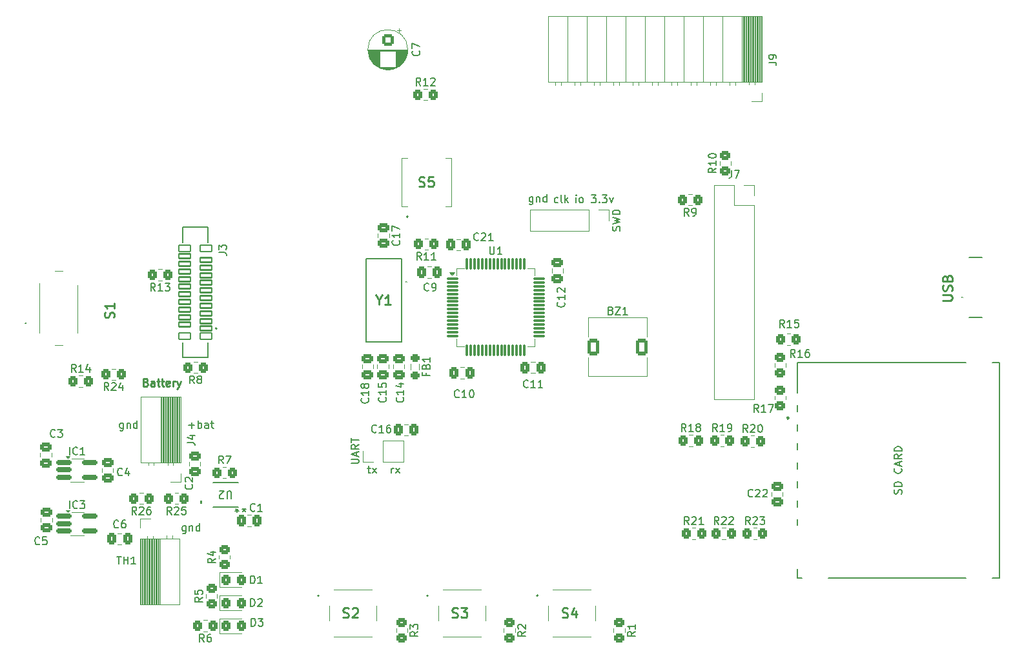
<source format=gto>
G04 #@! TF.GenerationSoftware,KiCad,Pcbnew,9.0.5*
G04 #@! TF.CreationDate,2025-10-18T23:40:24+02:00*
G04 #@! TF.ProjectId,fotoaparat,666f746f-6170-4617-9261-742e6b696361,rev?*
G04 #@! TF.SameCoordinates,Original*
G04 #@! TF.FileFunction,Legend,Top*
G04 #@! TF.FilePolarity,Positive*
%FSLAX46Y46*%
G04 Gerber Fmt 4.6, Leading zero omitted, Abs format (unit mm)*
G04 Created by KiCad (PCBNEW 9.0.5) date 2025-10-18 23:40:24*
%MOMM*%
%LPD*%
G01*
G04 APERTURE LIST*
G04 Aperture macros list*
%AMRoundRect*
0 Rectangle with rounded corners*
0 $1 Rounding radius*
0 $2 $3 $4 $5 $6 $7 $8 $9 X,Y pos of 4 corners*
0 Add a 4 corners polygon primitive as box body*
4,1,4,$2,$3,$4,$5,$6,$7,$8,$9,$2,$3,0*
0 Add four circle primitives for the rounded corners*
1,1,$1+$1,$2,$3*
1,1,$1+$1,$4,$5*
1,1,$1+$1,$6,$7*
1,1,$1+$1,$8,$9*
0 Add four rect primitives between the rounded corners*
20,1,$1+$1,$2,$3,$4,$5,0*
20,1,$1+$1,$4,$5,$6,$7,0*
20,1,$1+$1,$6,$7,$8,$9,0*
20,1,$1+$1,$8,$9,$2,$3,0*%
G04 Aperture macros list end*
%ADD10C,0.150000*%
%ADD11C,0.250000*%
%ADD12C,0.254000*%
%ADD13C,0.120000*%
%ADD14C,0.200000*%
%ADD15C,0.100000*%
%ADD16C,0.152400*%
%ADD17C,0.000000*%
%ADD18RoundRect,0.250000X-0.550000X0.550000X-0.550000X-0.550000X0.550000X-0.550000X0.550000X0.550000X0*%
%ADD19C,1.600000*%
%ADD20RoundRect,0.250000X0.475000X-0.337500X0.475000X0.337500X-0.475000X0.337500X-0.475000X-0.337500X0*%
%ADD21C,1.575000*%
%ADD22R,1.498600X0.990600*%
%ADD23R,1.498600X0.711200*%
%ADD24R,2.794000X1.498600*%
%ADD25RoundRect,0.250000X-0.475000X0.337500X-0.475000X-0.337500X0.475000X-0.337500X0.475000X0.337500X0*%
%ADD26R,1.700000X1.700000*%
%ADD27C,1.700000*%
%ADD28RoundRect,0.075000X-0.700000X-0.075000X0.700000X-0.075000X0.700000X0.075000X-0.700000X0.075000X0*%
%ADD29RoundRect,0.075000X-0.075000X-0.700000X0.075000X-0.700000X0.075000X0.700000X-0.075000X0.700000X0*%
%ADD30R,1.380000X0.450000*%
%ADD31R,1.550000X1.425000*%
%ADD32R,1.300000X1.650000*%
%ADD33R,1.900000X1.800000*%
%ADD34R,1.900000X1.000000*%
%ADD35C,3.200000*%
%ADD36RoundRect,0.250000X-0.325000X-0.450000X0.325000X-0.450000X0.325000X0.450000X-0.325000X0.450000X0*%
%ADD37RoundRect,0.162500X-0.837500X-0.162500X0.837500X-0.162500X0.837500X0.162500X-0.837500X0.162500X0*%
%ADD38RoundRect,0.250000X-0.350000X-0.450000X0.350000X-0.450000X0.350000X0.450000X-0.350000X0.450000X0*%
%ADD39RoundRect,0.250000X0.350000X0.450000X-0.350000X0.450000X-0.350000X-0.450000X0.350000X-0.450000X0*%
%ADD40RoundRect,0.250000X-0.337500X-0.475000X0.337500X-0.475000X0.337500X0.475000X-0.337500X0.475000X0*%
%ADD41RoundRect,0.250000X0.450000X-0.350000X0.450000X0.350000X-0.450000X0.350000X-0.450000X-0.350000X0*%
%ADD42RoundRect,0.250000X-0.350000X0.275000X-0.350000X-0.275000X0.350000X-0.275000X0.350000X0.275000X0*%
%ADD43RoundRect,0.102000X-0.750000X0.300000X-0.750000X-0.300000X0.750000X-0.300000X0.750000X0.300000X0*%
%ADD44RoundRect,0.102000X-0.750000X0.400000X-0.750000X-0.400000X0.750000X-0.400000X0.750000X0.400000X0*%
%ADD45R,1.192000X1.192000*%
%ADD46C,1.192000*%
%ADD47RoundRect,0.250000X0.337500X0.475000X-0.337500X0.475000X-0.337500X-0.475000X0.337500X-0.475000X0*%
%ADD48RoundRect,0.250000X-0.550000X-0.850000X0.550000X-0.850000X0.550000X0.850000X-0.550000X0.850000X0*%
%ADD49RoundRect,0.250000X-0.450000X0.350000X-0.450000X-0.350000X0.450000X-0.350000X0.450000X0.350000X0*%
%ADD50C,1.500000*%
%ADD51C,2.250000*%
%ADD52R,1.512799X0.330200*%
%ADD53R,1.000000X2.500000*%
G04 APERTURE END LIST*
D10*
X150365350Y-85822200D02*
X150270112Y-85869819D01*
X150270112Y-85869819D02*
X150079636Y-85869819D01*
X150079636Y-85869819D02*
X149984398Y-85822200D01*
X149984398Y-85822200D02*
X149936779Y-85774580D01*
X149936779Y-85774580D02*
X149889160Y-85679342D01*
X149889160Y-85679342D02*
X149889160Y-85393628D01*
X149889160Y-85393628D02*
X149936779Y-85298390D01*
X149936779Y-85298390D02*
X149984398Y-85250771D01*
X149984398Y-85250771D02*
X150079636Y-85203152D01*
X150079636Y-85203152D02*
X150270112Y-85203152D01*
X150270112Y-85203152D02*
X150365350Y-85250771D01*
X150936779Y-85869819D02*
X150841541Y-85822200D01*
X150841541Y-85822200D02*
X150793922Y-85726961D01*
X150793922Y-85726961D02*
X150793922Y-84869819D01*
X151317732Y-85869819D02*
X151317732Y-84869819D01*
X151412970Y-85488866D02*
X151698684Y-85869819D01*
X151698684Y-85203152D02*
X151317732Y-85584104D01*
X125393922Y-120703152D02*
X125774874Y-120703152D01*
X125536779Y-120369819D02*
X125536779Y-121226961D01*
X125536779Y-121226961D02*
X125584398Y-121322200D01*
X125584398Y-121322200D02*
X125679636Y-121369819D01*
X125679636Y-121369819D02*
X125774874Y-121369819D01*
X126012970Y-121369819D02*
X126536779Y-120703152D01*
X126012970Y-120703152D02*
X126536779Y-121369819D01*
X154741541Y-84869819D02*
X155360588Y-84869819D01*
X155360588Y-84869819D02*
X155027255Y-85250771D01*
X155027255Y-85250771D02*
X155170112Y-85250771D01*
X155170112Y-85250771D02*
X155265350Y-85298390D01*
X155265350Y-85298390D02*
X155312969Y-85346009D01*
X155312969Y-85346009D02*
X155360588Y-85441247D01*
X155360588Y-85441247D02*
X155360588Y-85679342D01*
X155360588Y-85679342D02*
X155312969Y-85774580D01*
X155312969Y-85774580D02*
X155265350Y-85822200D01*
X155265350Y-85822200D02*
X155170112Y-85869819D01*
X155170112Y-85869819D02*
X154884398Y-85869819D01*
X154884398Y-85869819D02*
X154789160Y-85822200D01*
X154789160Y-85822200D02*
X154741541Y-85774580D01*
X155789160Y-85774580D02*
X155836779Y-85822200D01*
X155836779Y-85822200D02*
X155789160Y-85869819D01*
X155789160Y-85869819D02*
X155741541Y-85822200D01*
X155741541Y-85822200D02*
X155789160Y-85774580D01*
X155789160Y-85774580D02*
X155789160Y-85869819D01*
X156170112Y-84869819D02*
X156789159Y-84869819D01*
X156789159Y-84869819D02*
X156455826Y-85250771D01*
X156455826Y-85250771D02*
X156598683Y-85250771D01*
X156598683Y-85250771D02*
X156693921Y-85298390D01*
X156693921Y-85298390D02*
X156741540Y-85346009D01*
X156741540Y-85346009D02*
X156789159Y-85441247D01*
X156789159Y-85441247D02*
X156789159Y-85679342D01*
X156789159Y-85679342D02*
X156741540Y-85774580D01*
X156741540Y-85774580D02*
X156693921Y-85822200D01*
X156693921Y-85822200D02*
X156598683Y-85869819D01*
X156598683Y-85869819D02*
X156312969Y-85869819D01*
X156312969Y-85869819D02*
X156217731Y-85822200D01*
X156217731Y-85822200D02*
X156170112Y-85774580D01*
X157122493Y-85203152D02*
X157360588Y-85869819D01*
X157360588Y-85869819D02*
X157598683Y-85203152D01*
X93365350Y-114803152D02*
X93365350Y-115612676D01*
X93365350Y-115612676D02*
X93317731Y-115707914D01*
X93317731Y-115707914D02*
X93270112Y-115755533D01*
X93270112Y-115755533D02*
X93174874Y-115803152D01*
X93174874Y-115803152D02*
X93032017Y-115803152D01*
X93032017Y-115803152D02*
X92936779Y-115755533D01*
X93365350Y-115422200D02*
X93270112Y-115469819D01*
X93270112Y-115469819D02*
X93079636Y-115469819D01*
X93079636Y-115469819D02*
X92984398Y-115422200D01*
X92984398Y-115422200D02*
X92936779Y-115374580D01*
X92936779Y-115374580D02*
X92889160Y-115279342D01*
X92889160Y-115279342D02*
X92889160Y-114993628D01*
X92889160Y-114993628D02*
X92936779Y-114898390D01*
X92936779Y-114898390D02*
X92984398Y-114850771D01*
X92984398Y-114850771D02*
X93079636Y-114803152D01*
X93079636Y-114803152D02*
X93270112Y-114803152D01*
X93270112Y-114803152D02*
X93365350Y-114850771D01*
X93841541Y-114803152D02*
X93841541Y-115469819D01*
X93841541Y-114898390D02*
X93889160Y-114850771D01*
X93889160Y-114850771D02*
X93984398Y-114803152D01*
X93984398Y-114803152D02*
X94127255Y-114803152D01*
X94127255Y-114803152D02*
X94222493Y-114850771D01*
X94222493Y-114850771D02*
X94270112Y-114946009D01*
X94270112Y-114946009D02*
X94270112Y-115469819D01*
X95174874Y-115469819D02*
X95174874Y-114469819D01*
X95174874Y-115422200D02*
X95079636Y-115469819D01*
X95079636Y-115469819D02*
X94889160Y-115469819D01*
X94889160Y-115469819D02*
X94793922Y-115422200D01*
X94793922Y-115422200D02*
X94746303Y-115374580D01*
X94746303Y-115374580D02*
X94698684Y-115279342D01*
X94698684Y-115279342D02*
X94698684Y-114993628D01*
X94698684Y-114993628D02*
X94746303Y-114898390D01*
X94746303Y-114898390D02*
X94793922Y-114850771D01*
X94793922Y-114850771D02*
X94889160Y-114803152D01*
X94889160Y-114803152D02*
X95079636Y-114803152D01*
X95079636Y-114803152D02*
X95174874Y-114850771D01*
D11*
X96335901Y-109440809D02*
X96478758Y-109488428D01*
X96478758Y-109488428D02*
X96526377Y-109536047D01*
X96526377Y-109536047D02*
X96573996Y-109631285D01*
X96573996Y-109631285D02*
X96573996Y-109774142D01*
X96573996Y-109774142D02*
X96526377Y-109869380D01*
X96526377Y-109869380D02*
X96478758Y-109917000D01*
X96478758Y-109917000D02*
X96383520Y-109964619D01*
X96383520Y-109964619D02*
X96002568Y-109964619D01*
X96002568Y-109964619D02*
X96002568Y-108964619D01*
X96002568Y-108964619D02*
X96335901Y-108964619D01*
X96335901Y-108964619D02*
X96431139Y-109012238D01*
X96431139Y-109012238D02*
X96478758Y-109059857D01*
X96478758Y-109059857D02*
X96526377Y-109155095D01*
X96526377Y-109155095D02*
X96526377Y-109250333D01*
X96526377Y-109250333D02*
X96478758Y-109345571D01*
X96478758Y-109345571D02*
X96431139Y-109393190D01*
X96431139Y-109393190D02*
X96335901Y-109440809D01*
X96335901Y-109440809D02*
X96002568Y-109440809D01*
X97431139Y-109964619D02*
X97431139Y-109440809D01*
X97431139Y-109440809D02*
X97383520Y-109345571D01*
X97383520Y-109345571D02*
X97288282Y-109297952D01*
X97288282Y-109297952D02*
X97097806Y-109297952D01*
X97097806Y-109297952D02*
X97002568Y-109345571D01*
X97431139Y-109917000D02*
X97335901Y-109964619D01*
X97335901Y-109964619D02*
X97097806Y-109964619D01*
X97097806Y-109964619D02*
X97002568Y-109917000D01*
X97002568Y-109917000D02*
X96954949Y-109821761D01*
X96954949Y-109821761D02*
X96954949Y-109726523D01*
X96954949Y-109726523D02*
X97002568Y-109631285D01*
X97002568Y-109631285D02*
X97097806Y-109583666D01*
X97097806Y-109583666D02*
X97335901Y-109583666D01*
X97335901Y-109583666D02*
X97431139Y-109536047D01*
X97764473Y-109297952D02*
X98145425Y-109297952D01*
X97907330Y-108964619D02*
X97907330Y-109821761D01*
X97907330Y-109821761D02*
X97954949Y-109917000D01*
X97954949Y-109917000D02*
X98050187Y-109964619D01*
X98050187Y-109964619D02*
X98145425Y-109964619D01*
X98335902Y-109297952D02*
X98716854Y-109297952D01*
X98478759Y-108964619D02*
X98478759Y-109821761D01*
X98478759Y-109821761D02*
X98526378Y-109917000D01*
X98526378Y-109917000D02*
X98621616Y-109964619D01*
X98621616Y-109964619D02*
X98716854Y-109964619D01*
X99431140Y-109917000D02*
X99335902Y-109964619D01*
X99335902Y-109964619D02*
X99145426Y-109964619D01*
X99145426Y-109964619D02*
X99050188Y-109917000D01*
X99050188Y-109917000D02*
X99002569Y-109821761D01*
X99002569Y-109821761D02*
X99002569Y-109440809D01*
X99002569Y-109440809D02*
X99050188Y-109345571D01*
X99050188Y-109345571D02*
X99145426Y-109297952D01*
X99145426Y-109297952D02*
X99335902Y-109297952D01*
X99335902Y-109297952D02*
X99431140Y-109345571D01*
X99431140Y-109345571D02*
X99478759Y-109440809D01*
X99478759Y-109440809D02*
X99478759Y-109536047D01*
X99478759Y-109536047D02*
X99002569Y-109631285D01*
X99907331Y-109964619D02*
X99907331Y-109297952D01*
X99907331Y-109488428D02*
X99954950Y-109393190D01*
X99954950Y-109393190D02*
X100002569Y-109345571D01*
X100002569Y-109345571D02*
X100097807Y-109297952D01*
X100097807Y-109297952D02*
X100193045Y-109297952D01*
X100431141Y-109297952D02*
X100669236Y-109964619D01*
X100907331Y-109297952D02*
X100669236Y-109964619D01*
X100669236Y-109964619D02*
X100573998Y-110202714D01*
X100573998Y-110202714D02*
X100526379Y-110250333D01*
X100526379Y-110250333D02*
X100431141Y-110297952D01*
D10*
X101936779Y-115088866D02*
X102698684Y-115088866D01*
X102317731Y-115469819D02*
X102317731Y-114707914D01*
X103174874Y-115469819D02*
X103174874Y-114469819D01*
X103174874Y-114850771D02*
X103270112Y-114803152D01*
X103270112Y-114803152D02*
X103460588Y-114803152D01*
X103460588Y-114803152D02*
X103555826Y-114850771D01*
X103555826Y-114850771D02*
X103603445Y-114898390D01*
X103603445Y-114898390D02*
X103651064Y-114993628D01*
X103651064Y-114993628D02*
X103651064Y-115279342D01*
X103651064Y-115279342D02*
X103603445Y-115374580D01*
X103603445Y-115374580D02*
X103555826Y-115422200D01*
X103555826Y-115422200D02*
X103460588Y-115469819D01*
X103460588Y-115469819D02*
X103270112Y-115469819D01*
X103270112Y-115469819D02*
X103174874Y-115422200D01*
X104508207Y-115469819D02*
X104508207Y-114946009D01*
X104508207Y-114946009D02*
X104460588Y-114850771D01*
X104460588Y-114850771D02*
X104365350Y-114803152D01*
X104365350Y-114803152D02*
X104174874Y-114803152D01*
X104174874Y-114803152D02*
X104079636Y-114850771D01*
X104508207Y-115422200D02*
X104412969Y-115469819D01*
X104412969Y-115469819D02*
X104174874Y-115469819D01*
X104174874Y-115469819D02*
X104079636Y-115422200D01*
X104079636Y-115422200D02*
X104032017Y-115326961D01*
X104032017Y-115326961D02*
X104032017Y-115231723D01*
X104032017Y-115231723D02*
X104079636Y-115136485D01*
X104079636Y-115136485D02*
X104174874Y-115088866D01*
X104174874Y-115088866D02*
X104412969Y-115088866D01*
X104412969Y-115088866D02*
X104508207Y-115041247D01*
X104841541Y-114803152D02*
X105222493Y-114803152D01*
X104984398Y-114469819D02*
X104984398Y-115326961D01*
X104984398Y-115326961D02*
X105032017Y-115422200D01*
X105032017Y-115422200D02*
X105127255Y-115469819D01*
X105127255Y-115469819D02*
X105222493Y-115469819D01*
X128536779Y-121369819D02*
X128536779Y-120703152D01*
X128536779Y-120893628D02*
X128584398Y-120798390D01*
X128584398Y-120798390D02*
X128632017Y-120750771D01*
X128632017Y-120750771D02*
X128727255Y-120703152D01*
X128727255Y-120703152D02*
X128822493Y-120703152D01*
X129060589Y-121369819D02*
X129584398Y-120703152D01*
X129060589Y-120703152D02*
X129584398Y-121369819D01*
X147065350Y-85103152D02*
X147065350Y-85912676D01*
X147065350Y-85912676D02*
X147017731Y-86007914D01*
X147017731Y-86007914D02*
X146970112Y-86055533D01*
X146970112Y-86055533D02*
X146874874Y-86103152D01*
X146874874Y-86103152D02*
X146732017Y-86103152D01*
X146732017Y-86103152D02*
X146636779Y-86055533D01*
X147065350Y-85722200D02*
X146970112Y-85769819D01*
X146970112Y-85769819D02*
X146779636Y-85769819D01*
X146779636Y-85769819D02*
X146684398Y-85722200D01*
X146684398Y-85722200D02*
X146636779Y-85674580D01*
X146636779Y-85674580D02*
X146589160Y-85579342D01*
X146589160Y-85579342D02*
X146589160Y-85293628D01*
X146589160Y-85293628D02*
X146636779Y-85198390D01*
X146636779Y-85198390D02*
X146684398Y-85150771D01*
X146684398Y-85150771D02*
X146779636Y-85103152D01*
X146779636Y-85103152D02*
X146970112Y-85103152D01*
X146970112Y-85103152D02*
X147065350Y-85150771D01*
X147541541Y-85103152D02*
X147541541Y-85769819D01*
X147541541Y-85198390D02*
X147589160Y-85150771D01*
X147589160Y-85150771D02*
X147684398Y-85103152D01*
X147684398Y-85103152D02*
X147827255Y-85103152D01*
X147827255Y-85103152D02*
X147922493Y-85150771D01*
X147922493Y-85150771D02*
X147970112Y-85246009D01*
X147970112Y-85246009D02*
X147970112Y-85769819D01*
X148874874Y-85769819D02*
X148874874Y-84769819D01*
X148874874Y-85722200D02*
X148779636Y-85769819D01*
X148779636Y-85769819D02*
X148589160Y-85769819D01*
X148589160Y-85769819D02*
X148493922Y-85722200D01*
X148493922Y-85722200D02*
X148446303Y-85674580D01*
X148446303Y-85674580D02*
X148398684Y-85579342D01*
X148398684Y-85579342D02*
X148398684Y-85293628D01*
X148398684Y-85293628D02*
X148446303Y-85198390D01*
X148446303Y-85198390D02*
X148493922Y-85150771D01*
X148493922Y-85150771D02*
X148589160Y-85103152D01*
X148589160Y-85103152D02*
X148779636Y-85103152D01*
X148779636Y-85103152D02*
X148874874Y-85150771D01*
X101565350Y-128303152D02*
X101565350Y-129112676D01*
X101565350Y-129112676D02*
X101517731Y-129207914D01*
X101517731Y-129207914D02*
X101470112Y-129255533D01*
X101470112Y-129255533D02*
X101374874Y-129303152D01*
X101374874Y-129303152D02*
X101232017Y-129303152D01*
X101232017Y-129303152D02*
X101136779Y-129255533D01*
X101565350Y-128922200D02*
X101470112Y-128969819D01*
X101470112Y-128969819D02*
X101279636Y-128969819D01*
X101279636Y-128969819D02*
X101184398Y-128922200D01*
X101184398Y-128922200D02*
X101136779Y-128874580D01*
X101136779Y-128874580D02*
X101089160Y-128779342D01*
X101089160Y-128779342D02*
X101089160Y-128493628D01*
X101089160Y-128493628D02*
X101136779Y-128398390D01*
X101136779Y-128398390D02*
X101184398Y-128350771D01*
X101184398Y-128350771D02*
X101279636Y-128303152D01*
X101279636Y-128303152D02*
X101470112Y-128303152D01*
X101470112Y-128303152D02*
X101565350Y-128350771D01*
X102041541Y-128303152D02*
X102041541Y-128969819D01*
X102041541Y-128398390D02*
X102089160Y-128350771D01*
X102089160Y-128350771D02*
X102184398Y-128303152D01*
X102184398Y-128303152D02*
X102327255Y-128303152D01*
X102327255Y-128303152D02*
X102422493Y-128350771D01*
X102422493Y-128350771D02*
X102470112Y-128446009D01*
X102470112Y-128446009D02*
X102470112Y-128969819D01*
X103374874Y-128969819D02*
X103374874Y-127969819D01*
X103374874Y-128922200D02*
X103279636Y-128969819D01*
X103279636Y-128969819D02*
X103089160Y-128969819D01*
X103089160Y-128969819D02*
X102993922Y-128922200D01*
X102993922Y-128922200D02*
X102946303Y-128874580D01*
X102946303Y-128874580D02*
X102898684Y-128779342D01*
X102898684Y-128779342D02*
X102898684Y-128493628D01*
X102898684Y-128493628D02*
X102946303Y-128398390D01*
X102946303Y-128398390D02*
X102993922Y-128350771D01*
X102993922Y-128350771D02*
X103089160Y-128303152D01*
X103089160Y-128303152D02*
X103279636Y-128303152D01*
X103279636Y-128303152D02*
X103374874Y-128350771D01*
X152736779Y-85869819D02*
X152736779Y-85203152D01*
X152736779Y-84869819D02*
X152689160Y-84917438D01*
X152689160Y-84917438D02*
X152736779Y-84965057D01*
X152736779Y-84965057D02*
X152784398Y-84917438D01*
X152784398Y-84917438D02*
X152736779Y-84869819D01*
X152736779Y-84869819D02*
X152736779Y-84965057D01*
X153355826Y-85869819D02*
X153260588Y-85822200D01*
X153260588Y-85822200D02*
X153212969Y-85774580D01*
X153212969Y-85774580D02*
X153165350Y-85679342D01*
X153165350Y-85679342D02*
X153165350Y-85393628D01*
X153165350Y-85393628D02*
X153212969Y-85298390D01*
X153212969Y-85298390D02*
X153260588Y-85250771D01*
X153260588Y-85250771D02*
X153355826Y-85203152D01*
X153355826Y-85203152D02*
X153498683Y-85203152D01*
X153498683Y-85203152D02*
X153593921Y-85250771D01*
X153593921Y-85250771D02*
X153641540Y-85298390D01*
X153641540Y-85298390D02*
X153689159Y-85393628D01*
X153689159Y-85393628D02*
X153689159Y-85679342D01*
X153689159Y-85679342D02*
X153641540Y-85774580D01*
X153641540Y-85774580D02*
X153593921Y-85822200D01*
X153593921Y-85822200D02*
X153498683Y-85869819D01*
X153498683Y-85869819D02*
X153355826Y-85869819D01*
X132159580Y-65961553D02*
X132207200Y-66009172D01*
X132207200Y-66009172D02*
X132254819Y-66152029D01*
X132254819Y-66152029D02*
X132254819Y-66247267D01*
X132254819Y-66247267D02*
X132207200Y-66390124D01*
X132207200Y-66390124D02*
X132111961Y-66485362D01*
X132111961Y-66485362D02*
X132016723Y-66532981D01*
X132016723Y-66532981D02*
X131826247Y-66580600D01*
X131826247Y-66580600D02*
X131683390Y-66580600D01*
X131683390Y-66580600D02*
X131492914Y-66532981D01*
X131492914Y-66532981D02*
X131397676Y-66485362D01*
X131397676Y-66485362D02*
X131302438Y-66390124D01*
X131302438Y-66390124D02*
X131254819Y-66247267D01*
X131254819Y-66247267D02*
X131254819Y-66152029D01*
X131254819Y-66152029D02*
X131302438Y-66009172D01*
X131302438Y-66009172D02*
X131350057Y-65961553D01*
X131254819Y-65628219D02*
X131254819Y-64961553D01*
X131254819Y-64961553D02*
X132254819Y-65390124D01*
X175907142Y-124409580D02*
X175859523Y-124457200D01*
X175859523Y-124457200D02*
X175716666Y-124504819D01*
X175716666Y-124504819D02*
X175621428Y-124504819D01*
X175621428Y-124504819D02*
X175478571Y-124457200D01*
X175478571Y-124457200D02*
X175383333Y-124361961D01*
X175383333Y-124361961D02*
X175335714Y-124266723D01*
X175335714Y-124266723D02*
X175288095Y-124076247D01*
X175288095Y-124076247D02*
X175288095Y-123933390D01*
X175288095Y-123933390D02*
X175335714Y-123742914D01*
X175335714Y-123742914D02*
X175383333Y-123647676D01*
X175383333Y-123647676D02*
X175478571Y-123552438D01*
X175478571Y-123552438D02*
X175621428Y-123504819D01*
X175621428Y-123504819D02*
X175716666Y-123504819D01*
X175716666Y-123504819D02*
X175859523Y-123552438D01*
X175859523Y-123552438D02*
X175907142Y-123600057D01*
X176288095Y-123600057D02*
X176335714Y-123552438D01*
X176335714Y-123552438D02*
X176430952Y-123504819D01*
X176430952Y-123504819D02*
X176669047Y-123504819D01*
X176669047Y-123504819D02*
X176764285Y-123552438D01*
X176764285Y-123552438D02*
X176811904Y-123600057D01*
X176811904Y-123600057D02*
X176859523Y-123695295D01*
X176859523Y-123695295D02*
X176859523Y-123790533D01*
X176859523Y-123790533D02*
X176811904Y-123933390D01*
X176811904Y-123933390D02*
X176240476Y-124504819D01*
X176240476Y-124504819D02*
X176859523Y-124504819D01*
X177240476Y-123600057D02*
X177288095Y-123552438D01*
X177288095Y-123552438D02*
X177383333Y-123504819D01*
X177383333Y-123504819D02*
X177621428Y-123504819D01*
X177621428Y-123504819D02*
X177716666Y-123552438D01*
X177716666Y-123552438D02*
X177764285Y-123600057D01*
X177764285Y-123600057D02*
X177811904Y-123695295D01*
X177811904Y-123695295D02*
X177811904Y-123790533D01*
X177811904Y-123790533D02*
X177764285Y-123933390D01*
X177764285Y-123933390D02*
X177192857Y-124504819D01*
X177192857Y-124504819D02*
X177811904Y-124504819D01*
D12*
X122201380Y-140263842D02*
X122382809Y-140324318D01*
X122382809Y-140324318D02*
X122685190Y-140324318D01*
X122685190Y-140324318D02*
X122806142Y-140263842D01*
X122806142Y-140263842D02*
X122866618Y-140203365D01*
X122866618Y-140203365D02*
X122927095Y-140082413D01*
X122927095Y-140082413D02*
X122927095Y-139961461D01*
X122927095Y-139961461D02*
X122866618Y-139840508D01*
X122866618Y-139840508D02*
X122806142Y-139780032D01*
X122806142Y-139780032D02*
X122685190Y-139719556D01*
X122685190Y-139719556D02*
X122443285Y-139659080D01*
X122443285Y-139659080D02*
X122322333Y-139598603D01*
X122322333Y-139598603D02*
X122261856Y-139538127D01*
X122261856Y-139538127D02*
X122201380Y-139417175D01*
X122201380Y-139417175D02*
X122201380Y-139296222D01*
X122201380Y-139296222D02*
X122261856Y-139175270D01*
X122261856Y-139175270D02*
X122322333Y-139114794D01*
X122322333Y-139114794D02*
X122443285Y-139054318D01*
X122443285Y-139054318D02*
X122745666Y-139054318D01*
X122745666Y-139054318D02*
X122927095Y-139114794D01*
X123410904Y-139175270D02*
X123471380Y-139114794D01*
X123471380Y-139114794D02*
X123592333Y-139054318D01*
X123592333Y-139054318D02*
X123894714Y-139054318D01*
X123894714Y-139054318D02*
X124015666Y-139114794D01*
X124015666Y-139114794D02*
X124076142Y-139175270D01*
X124076142Y-139175270D02*
X124136619Y-139296222D01*
X124136619Y-139296222D02*
X124136619Y-139417175D01*
X124136619Y-139417175D02*
X124076142Y-139598603D01*
X124076142Y-139598603D02*
X123350428Y-140324318D01*
X123350428Y-140324318D02*
X124136619Y-140324318D01*
D10*
X195407200Y-124095237D02*
X195454819Y-123952380D01*
X195454819Y-123952380D02*
X195454819Y-123714285D01*
X195454819Y-123714285D02*
X195407200Y-123619047D01*
X195407200Y-123619047D02*
X195359580Y-123571428D01*
X195359580Y-123571428D02*
X195264342Y-123523809D01*
X195264342Y-123523809D02*
X195169104Y-123523809D01*
X195169104Y-123523809D02*
X195073866Y-123571428D01*
X195073866Y-123571428D02*
X195026247Y-123619047D01*
X195026247Y-123619047D02*
X194978628Y-123714285D01*
X194978628Y-123714285D02*
X194931009Y-123904761D01*
X194931009Y-123904761D02*
X194883390Y-123999999D01*
X194883390Y-123999999D02*
X194835771Y-124047618D01*
X194835771Y-124047618D02*
X194740533Y-124095237D01*
X194740533Y-124095237D02*
X194645295Y-124095237D01*
X194645295Y-124095237D02*
X194550057Y-124047618D01*
X194550057Y-124047618D02*
X194502438Y-123999999D01*
X194502438Y-123999999D02*
X194454819Y-123904761D01*
X194454819Y-123904761D02*
X194454819Y-123666666D01*
X194454819Y-123666666D02*
X194502438Y-123523809D01*
X195454819Y-123095237D02*
X194454819Y-123095237D01*
X194454819Y-123095237D02*
X194454819Y-122857142D01*
X194454819Y-122857142D02*
X194502438Y-122714285D01*
X194502438Y-122714285D02*
X194597676Y-122619047D01*
X194597676Y-122619047D02*
X194692914Y-122571428D01*
X194692914Y-122571428D02*
X194883390Y-122523809D01*
X194883390Y-122523809D02*
X195026247Y-122523809D01*
X195026247Y-122523809D02*
X195216723Y-122571428D01*
X195216723Y-122571428D02*
X195311961Y-122619047D01*
X195311961Y-122619047D02*
X195407200Y-122714285D01*
X195407200Y-122714285D02*
X195454819Y-122857142D01*
X195454819Y-122857142D02*
X195454819Y-123095237D01*
X195359580Y-120761904D02*
X195407200Y-120809523D01*
X195407200Y-120809523D02*
X195454819Y-120952380D01*
X195454819Y-120952380D02*
X195454819Y-121047618D01*
X195454819Y-121047618D02*
X195407200Y-121190475D01*
X195407200Y-121190475D02*
X195311961Y-121285713D01*
X195311961Y-121285713D02*
X195216723Y-121333332D01*
X195216723Y-121333332D02*
X195026247Y-121380951D01*
X195026247Y-121380951D02*
X194883390Y-121380951D01*
X194883390Y-121380951D02*
X194692914Y-121333332D01*
X194692914Y-121333332D02*
X194597676Y-121285713D01*
X194597676Y-121285713D02*
X194502438Y-121190475D01*
X194502438Y-121190475D02*
X194454819Y-121047618D01*
X194454819Y-121047618D02*
X194454819Y-120952380D01*
X194454819Y-120952380D02*
X194502438Y-120809523D01*
X194502438Y-120809523D02*
X194550057Y-120761904D01*
X195169104Y-120380951D02*
X195169104Y-119904761D01*
X195454819Y-120476189D02*
X194454819Y-120142856D01*
X194454819Y-120142856D02*
X195454819Y-119809523D01*
X195454819Y-118904761D02*
X194978628Y-119238094D01*
X195454819Y-119476189D02*
X194454819Y-119476189D01*
X194454819Y-119476189D02*
X194454819Y-119095237D01*
X194454819Y-119095237D02*
X194502438Y-118999999D01*
X194502438Y-118999999D02*
X194550057Y-118952380D01*
X194550057Y-118952380D02*
X194645295Y-118904761D01*
X194645295Y-118904761D02*
X194788152Y-118904761D01*
X194788152Y-118904761D02*
X194883390Y-118952380D01*
X194883390Y-118952380D02*
X194931009Y-118999999D01*
X194931009Y-118999999D02*
X194978628Y-119095237D01*
X194978628Y-119095237D02*
X194978628Y-119476189D01*
X195454819Y-118476189D02*
X194454819Y-118476189D01*
X194454819Y-118476189D02*
X194454819Y-118238094D01*
X194454819Y-118238094D02*
X194502438Y-118095237D01*
X194502438Y-118095237D02*
X194597676Y-117999999D01*
X194597676Y-117999999D02*
X194692914Y-117952380D01*
X194692914Y-117952380D02*
X194883390Y-117904761D01*
X194883390Y-117904761D02*
X195026247Y-117904761D01*
X195026247Y-117904761D02*
X195216723Y-117952380D01*
X195216723Y-117952380D02*
X195311961Y-117999999D01*
X195311961Y-117999999D02*
X195407200Y-118095237D01*
X195407200Y-118095237D02*
X195454819Y-118238094D01*
X195454819Y-118238094D02*
X195454819Y-118476189D01*
X82398333Y-130659580D02*
X82350714Y-130707200D01*
X82350714Y-130707200D02*
X82207857Y-130754819D01*
X82207857Y-130754819D02*
X82112619Y-130754819D01*
X82112619Y-130754819D02*
X81969762Y-130707200D01*
X81969762Y-130707200D02*
X81874524Y-130611961D01*
X81874524Y-130611961D02*
X81826905Y-130516723D01*
X81826905Y-130516723D02*
X81779286Y-130326247D01*
X81779286Y-130326247D02*
X81779286Y-130183390D01*
X81779286Y-130183390D02*
X81826905Y-129992914D01*
X81826905Y-129992914D02*
X81874524Y-129897676D01*
X81874524Y-129897676D02*
X81969762Y-129802438D01*
X81969762Y-129802438D02*
X82112619Y-129754819D01*
X82112619Y-129754819D02*
X82207857Y-129754819D01*
X82207857Y-129754819D02*
X82350714Y-129802438D01*
X82350714Y-129802438D02*
X82398333Y-129850057D01*
X83303095Y-129754819D02*
X82826905Y-129754819D01*
X82826905Y-129754819D02*
X82779286Y-130231009D01*
X82779286Y-130231009D02*
X82826905Y-130183390D01*
X82826905Y-130183390D02*
X82922143Y-130135771D01*
X82922143Y-130135771D02*
X83160238Y-130135771D01*
X83160238Y-130135771D02*
X83255476Y-130183390D01*
X83255476Y-130183390D02*
X83303095Y-130231009D01*
X83303095Y-130231009D02*
X83350714Y-130326247D01*
X83350714Y-130326247D02*
X83350714Y-130564342D01*
X83350714Y-130564342D02*
X83303095Y-130659580D01*
X83303095Y-130659580D02*
X83255476Y-130707200D01*
X83255476Y-130707200D02*
X83160238Y-130754819D01*
X83160238Y-130754819D02*
X82922143Y-130754819D01*
X82922143Y-130754819D02*
X82826905Y-130707200D01*
X82826905Y-130707200D02*
X82779286Y-130659580D01*
X92514286Y-132304819D02*
X93085714Y-132304819D01*
X92800000Y-133304819D02*
X92800000Y-132304819D01*
X93419048Y-133304819D02*
X93419048Y-132304819D01*
X93419048Y-132781009D02*
X93990476Y-132781009D01*
X93990476Y-133304819D02*
X93990476Y-132304819D01*
X94990476Y-133304819D02*
X94419048Y-133304819D01*
X94704762Y-133304819D02*
X94704762Y-132304819D01*
X94704762Y-132304819D02*
X94609524Y-132447676D01*
X94609524Y-132447676D02*
X94514286Y-132542914D01*
X94514286Y-132542914D02*
X94419048Y-132590533D01*
X141438095Y-91654819D02*
X141438095Y-92464342D01*
X141438095Y-92464342D02*
X141485714Y-92559580D01*
X141485714Y-92559580D02*
X141533333Y-92607200D01*
X141533333Y-92607200D02*
X141628571Y-92654819D01*
X141628571Y-92654819D02*
X141819047Y-92654819D01*
X141819047Y-92654819D02*
X141914285Y-92607200D01*
X141914285Y-92607200D02*
X141961904Y-92559580D01*
X141961904Y-92559580D02*
X142009523Y-92464342D01*
X142009523Y-92464342D02*
X142009523Y-91654819D01*
X143009523Y-92654819D02*
X142438095Y-92654819D01*
X142723809Y-92654819D02*
X142723809Y-91654819D01*
X142723809Y-91654819D02*
X142628571Y-91797676D01*
X142628571Y-91797676D02*
X142533333Y-91892914D01*
X142533333Y-91892914D02*
X142438095Y-91940533D01*
X101764819Y-117353333D02*
X102479104Y-117353333D01*
X102479104Y-117353333D02*
X102621961Y-117400952D01*
X102621961Y-117400952D02*
X102717200Y-117496190D01*
X102717200Y-117496190D02*
X102764819Y-117639047D01*
X102764819Y-117639047D02*
X102764819Y-117734285D01*
X102098152Y-116448571D02*
X102764819Y-116448571D01*
X101717200Y-116686666D02*
X102431485Y-116924761D01*
X102431485Y-116924761D02*
X102431485Y-116305714D01*
D12*
X200804318Y-98702619D02*
X201832413Y-98702619D01*
X201832413Y-98702619D02*
X201953365Y-98642142D01*
X201953365Y-98642142D02*
X202013842Y-98581666D01*
X202013842Y-98581666D02*
X202074318Y-98460714D01*
X202074318Y-98460714D02*
X202074318Y-98218809D01*
X202074318Y-98218809D02*
X202013842Y-98097857D01*
X202013842Y-98097857D02*
X201953365Y-98037380D01*
X201953365Y-98037380D02*
X201832413Y-97976904D01*
X201832413Y-97976904D02*
X200804318Y-97976904D01*
X202013842Y-97432619D02*
X202074318Y-97251190D01*
X202074318Y-97251190D02*
X202074318Y-96948809D01*
X202074318Y-96948809D02*
X202013842Y-96827857D01*
X202013842Y-96827857D02*
X201953365Y-96767381D01*
X201953365Y-96767381D02*
X201832413Y-96706904D01*
X201832413Y-96706904D02*
X201711461Y-96706904D01*
X201711461Y-96706904D02*
X201590508Y-96767381D01*
X201590508Y-96767381D02*
X201530032Y-96827857D01*
X201530032Y-96827857D02*
X201469556Y-96948809D01*
X201469556Y-96948809D02*
X201409080Y-97190714D01*
X201409080Y-97190714D02*
X201348603Y-97311666D01*
X201348603Y-97311666D02*
X201288127Y-97372143D01*
X201288127Y-97372143D02*
X201167175Y-97432619D01*
X201167175Y-97432619D02*
X201046222Y-97432619D01*
X201046222Y-97432619D02*
X200925270Y-97372143D01*
X200925270Y-97372143D02*
X200864794Y-97311666D01*
X200864794Y-97311666D02*
X200804318Y-97190714D01*
X200804318Y-97190714D02*
X200804318Y-96888333D01*
X200804318Y-96888333D02*
X200864794Y-96706904D01*
X201409080Y-95739285D02*
X201469556Y-95557857D01*
X201469556Y-95557857D02*
X201530032Y-95497380D01*
X201530032Y-95497380D02*
X201650984Y-95436904D01*
X201650984Y-95436904D02*
X201832413Y-95436904D01*
X201832413Y-95436904D02*
X201953365Y-95497380D01*
X201953365Y-95497380D02*
X202013842Y-95557857D01*
X202013842Y-95557857D02*
X202074318Y-95678809D01*
X202074318Y-95678809D02*
X202074318Y-96162619D01*
X202074318Y-96162619D02*
X200804318Y-96162619D01*
X200804318Y-96162619D02*
X200804318Y-95739285D01*
X200804318Y-95739285D02*
X200864794Y-95618333D01*
X200864794Y-95618333D02*
X200925270Y-95557857D01*
X200925270Y-95557857D02*
X201046222Y-95497380D01*
X201046222Y-95497380D02*
X201167175Y-95497380D01*
X201167175Y-95497380D02*
X201288127Y-95557857D01*
X201288127Y-95557857D02*
X201348603Y-95618333D01*
X201348603Y-95618333D02*
X201409080Y-95739285D01*
X201409080Y-95739285D02*
X201409080Y-96162619D01*
D10*
X158467200Y-89557142D02*
X158514819Y-89414285D01*
X158514819Y-89414285D02*
X158514819Y-89176190D01*
X158514819Y-89176190D02*
X158467200Y-89080952D01*
X158467200Y-89080952D02*
X158419580Y-89033333D01*
X158419580Y-89033333D02*
X158324342Y-88985714D01*
X158324342Y-88985714D02*
X158229104Y-88985714D01*
X158229104Y-88985714D02*
X158133866Y-89033333D01*
X158133866Y-89033333D02*
X158086247Y-89080952D01*
X158086247Y-89080952D02*
X158038628Y-89176190D01*
X158038628Y-89176190D02*
X157991009Y-89366666D01*
X157991009Y-89366666D02*
X157943390Y-89461904D01*
X157943390Y-89461904D02*
X157895771Y-89509523D01*
X157895771Y-89509523D02*
X157800533Y-89557142D01*
X157800533Y-89557142D02*
X157705295Y-89557142D01*
X157705295Y-89557142D02*
X157610057Y-89509523D01*
X157610057Y-89509523D02*
X157562438Y-89461904D01*
X157562438Y-89461904D02*
X157514819Y-89366666D01*
X157514819Y-89366666D02*
X157514819Y-89128571D01*
X157514819Y-89128571D02*
X157562438Y-88985714D01*
X157514819Y-88652380D02*
X158514819Y-88414285D01*
X158514819Y-88414285D02*
X157800533Y-88223809D01*
X157800533Y-88223809D02*
X158514819Y-88033333D01*
X158514819Y-88033333D02*
X157514819Y-87795238D01*
X158514819Y-87414285D02*
X157514819Y-87414285D01*
X157514819Y-87414285D02*
X157514819Y-87176190D01*
X157514819Y-87176190D02*
X157562438Y-87033333D01*
X157562438Y-87033333D02*
X157657676Y-86938095D01*
X157657676Y-86938095D02*
X157752914Y-86890476D01*
X157752914Y-86890476D02*
X157943390Y-86842857D01*
X157943390Y-86842857D02*
X158086247Y-86842857D01*
X158086247Y-86842857D02*
X158276723Y-86890476D01*
X158276723Y-86890476D02*
X158371961Y-86938095D01*
X158371961Y-86938095D02*
X158467200Y-87033333D01*
X158467200Y-87033333D02*
X158514819Y-87176190D01*
X158514819Y-87176190D02*
X158514819Y-87414285D01*
X84433333Y-116559580D02*
X84385714Y-116607200D01*
X84385714Y-116607200D02*
X84242857Y-116654819D01*
X84242857Y-116654819D02*
X84147619Y-116654819D01*
X84147619Y-116654819D02*
X84004762Y-116607200D01*
X84004762Y-116607200D02*
X83909524Y-116511961D01*
X83909524Y-116511961D02*
X83861905Y-116416723D01*
X83861905Y-116416723D02*
X83814286Y-116226247D01*
X83814286Y-116226247D02*
X83814286Y-116083390D01*
X83814286Y-116083390D02*
X83861905Y-115892914D01*
X83861905Y-115892914D02*
X83909524Y-115797676D01*
X83909524Y-115797676D02*
X84004762Y-115702438D01*
X84004762Y-115702438D02*
X84147619Y-115654819D01*
X84147619Y-115654819D02*
X84242857Y-115654819D01*
X84242857Y-115654819D02*
X84385714Y-115702438D01*
X84385714Y-115702438D02*
X84433333Y-115750057D01*
X84766667Y-115654819D02*
X85385714Y-115654819D01*
X85385714Y-115654819D02*
X85052381Y-116035771D01*
X85052381Y-116035771D02*
X85195238Y-116035771D01*
X85195238Y-116035771D02*
X85290476Y-116083390D01*
X85290476Y-116083390D02*
X85338095Y-116131009D01*
X85338095Y-116131009D02*
X85385714Y-116226247D01*
X85385714Y-116226247D02*
X85385714Y-116464342D01*
X85385714Y-116464342D02*
X85338095Y-116559580D01*
X85338095Y-116559580D02*
X85290476Y-116607200D01*
X85290476Y-116607200D02*
X85195238Y-116654819D01*
X85195238Y-116654819D02*
X84909524Y-116654819D01*
X84909524Y-116654819D02*
X84814286Y-116607200D01*
X84814286Y-116607200D02*
X84766667Y-116559580D01*
X110061905Y-138854819D02*
X110061905Y-137854819D01*
X110061905Y-137854819D02*
X110300000Y-137854819D01*
X110300000Y-137854819D02*
X110442857Y-137902438D01*
X110442857Y-137902438D02*
X110538095Y-137997676D01*
X110538095Y-137997676D02*
X110585714Y-138092914D01*
X110585714Y-138092914D02*
X110633333Y-138283390D01*
X110633333Y-138283390D02*
X110633333Y-138426247D01*
X110633333Y-138426247D02*
X110585714Y-138616723D01*
X110585714Y-138616723D02*
X110538095Y-138711961D01*
X110538095Y-138711961D02*
X110442857Y-138807200D01*
X110442857Y-138807200D02*
X110300000Y-138854819D01*
X110300000Y-138854819D02*
X110061905Y-138854819D01*
X111014286Y-137950057D02*
X111061905Y-137902438D01*
X111061905Y-137902438D02*
X111157143Y-137854819D01*
X111157143Y-137854819D02*
X111395238Y-137854819D01*
X111395238Y-137854819D02*
X111490476Y-137902438D01*
X111490476Y-137902438D02*
X111538095Y-137950057D01*
X111538095Y-137950057D02*
X111585714Y-138045295D01*
X111585714Y-138045295D02*
X111585714Y-138140533D01*
X111585714Y-138140533D02*
X111538095Y-138283390D01*
X111538095Y-138283390D02*
X110966667Y-138854819D01*
X110966667Y-138854819D02*
X111585714Y-138854819D01*
X86313810Y-126004819D02*
X86313810Y-125004819D01*
X87361428Y-125909580D02*
X87313809Y-125957200D01*
X87313809Y-125957200D02*
X87170952Y-126004819D01*
X87170952Y-126004819D02*
X87075714Y-126004819D01*
X87075714Y-126004819D02*
X86932857Y-125957200D01*
X86932857Y-125957200D02*
X86837619Y-125861961D01*
X86837619Y-125861961D02*
X86790000Y-125766723D01*
X86790000Y-125766723D02*
X86742381Y-125576247D01*
X86742381Y-125576247D02*
X86742381Y-125433390D01*
X86742381Y-125433390D02*
X86790000Y-125242914D01*
X86790000Y-125242914D02*
X86837619Y-125147676D01*
X86837619Y-125147676D02*
X86932857Y-125052438D01*
X86932857Y-125052438D02*
X87075714Y-125004819D01*
X87075714Y-125004819D02*
X87170952Y-125004819D01*
X87170952Y-125004819D02*
X87313809Y-125052438D01*
X87313809Y-125052438D02*
X87361428Y-125100057D01*
X87694762Y-125004819D02*
X88313809Y-125004819D01*
X88313809Y-125004819D02*
X87980476Y-125385771D01*
X87980476Y-125385771D02*
X88123333Y-125385771D01*
X88123333Y-125385771D02*
X88218571Y-125433390D01*
X88218571Y-125433390D02*
X88266190Y-125481009D01*
X88266190Y-125481009D02*
X88313809Y-125576247D01*
X88313809Y-125576247D02*
X88313809Y-125814342D01*
X88313809Y-125814342D02*
X88266190Y-125909580D01*
X88266190Y-125909580D02*
X88218571Y-125957200D01*
X88218571Y-125957200D02*
X88123333Y-126004819D01*
X88123333Y-126004819D02*
X87837619Y-126004819D01*
X87837619Y-126004819D02*
X87742381Y-125957200D01*
X87742381Y-125957200D02*
X87694762Y-125909580D01*
X106473333Y-120104819D02*
X106140000Y-119628628D01*
X105901905Y-120104819D02*
X105901905Y-119104819D01*
X105901905Y-119104819D02*
X106282857Y-119104819D01*
X106282857Y-119104819D02*
X106378095Y-119152438D01*
X106378095Y-119152438D02*
X106425714Y-119200057D01*
X106425714Y-119200057D02*
X106473333Y-119295295D01*
X106473333Y-119295295D02*
X106473333Y-119438152D01*
X106473333Y-119438152D02*
X106425714Y-119533390D01*
X106425714Y-119533390D02*
X106378095Y-119581009D01*
X106378095Y-119581009D02*
X106282857Y-119628628D01*
X106282857Y-119628628D02*
X105901905Y-119628628D01*
X106806667Y-119104819D02*
X107473333Y-119104819D01*
X107473333Y-119104819D02*
X107044762Y-120104819D01*
X97557142Y-97454819D02*
X97223809Y-96978628D01*
X96985714Y-97454819D02*
X96985714Y-96454819D01*
X96985714Y-96454819D02*
X97366666Y-96454819D01*
X97366666Y-96454819D02*
X97461904Y-96502438D01*
X97461904Y-96502438D02*
X97509523Y-96550057D01*
X97509523Y-96550057D02*
X97557142Y-96645295D01*
X97557142Y-96645295D02*
X97557142Y-96788152D01*
X97557142Y-96788152D02*
X97509523Y-96883390D01*
X97509523Y-96883390D02*
X97461904Y-96931009D01*
X97461904Y-96931009D02*
X97366666Y-96978628D01*
X97366666Y-96978628D02*
X96985714Y-96978628D01*
X98509523Y-97454819D02*
X97938095Y-97454819D01*
X98223809Y-97454819D02*
X98223809Y-96454819D01*
X98223809Y-96454819D02*
X98128571Y-96597676D01*
X98128571Y-96597676D02*
X98033333Y-96692914D01*
X98033333Y-96692914D02*
X97938095Y-96740533D01*
X98842857Y-96454819D02*
X99461904Y-96454819D01*
X99461904Y-96454819D02*
X99128571Y-96835771D01*
X99128571Y-96835771D02*
X99271428Y-96835771D01*
X99271428Y-96835771D02*
X99366666Y-96883390D01*
X99366666Y-96883390D02*
X99414285Y-96931009D01*
X99414285Y-96931009D02*
X99461904Y-97026247D01*
X99461904Y-97026247D02*
X99461904Y-97264342D01*
X99461904Y-97264342D02*
X99414285Y-97359580D01*
X99414285Y-97359580D02*
X99366666Y-97407200D01*
X99366666Y-97407200D02*
X99271428Y-97454819D01*
X99271428Y-97454819D02*
X98985714Y-97454819D01*
X98985714Y-97454819D02*
X98890476Y-97407200D01*
X98890476Y-97407200D02*
X98842857Y-97359580D01*
X86313810Y-118954819D02*
X86313810Y-117954819D01*
X87361428Y-118859580D02*
X87313809Y-118907200D01*
X87313809Y-118907200D02*
X87170952Y-118954819D01*
X87170952Y-118954819D02*
X87075714Y-118954819D01*
X87075714Y-118954819D02*
X86932857Y-118907200D01*
X86932857Y-118907200D02*
X86837619Y-118811961D01*
X86837619Y-118811961D02*
X86790000Y-118716723D01*
X86790000Y-118716723D02*
X86742381Y-118526247D01*
X86742381Y-118526247D02*
X86742381Y-118383390D01*
X86742381Y-118383390D02*
X86790000Y-118192914D01*
X86790000Y-118192914D02*
X86837619Y-118097676D01*
X86837619Y-118097676D02*
X86932857Y-118002438D01*
X86932857Y-118002438D02*
X87075714Y-117954819D01*
X87075714Y-117954819D02*
X87170952Y-117954819D01*
X87170952Y-117954819D02*
X87313809Y-118002438D01*
X87313809Y-118002438D02*
X87361428Y-118050057D01*
X88313809Y-118954819D02*
X87742381Y-118954819D01*
X88028095Y-118954819D02*
X88028095Y-117954819D01*
X88028095Y-117954819D02*
X87932857Y-118097676D01*
X87932857Y-118097676D02*
X87837619Y-118192914D01*
X87837619Y-118192914D02*
X87742381Y-118240533D01*
X87157142Y-108104819D02*
X86823809Y-107628628D01*
X86585714Y-108104819D02*
X86585714Y-107104819D01*
X86585714Y-107104819D02*
X86966666Y-107104819D01*
X86966666Y-107104819D02*
X87061904Y-107152438D01*
X87061904Y-107152438D02*
X87109523Y-107200057D01*
X87109523Y-107200057D02*
X87157142Y-107295295D01*
X87157142Y-107295295D02*
X87157142Y-107438152D01*
X87157142Y-107438152D02*
X87109523Y-107533390D01*
X87109523Y-107533390D02*
X87061904Y-107581009D01*
X87061904Y-107581009D02*
X86966666Y-107628628D01*
X86966666Y-107628628D02*
X86585714Y-107628628D01*
X88109523Y-108104819D02*
X87538095Y-108104819D01*
X87823809Y-108104819D02*
X87823809Y-107104819D01*
X87823809Y-107104819D02*
X87728571Y-107247676D01*
X87728571Y-107247676D02*
X87633333Y-107342914D01*
X87633333Y-107342914D02*
X87538095Y-107390533D01*
X88966666Y-107438152D02*
X88966666Y-108104819D01*
X88728571Y-107057200D02*
X88490476Y-107771485D01*
X88490476Y-107771485D02*
X89109523Y-107771485D01*
X133433333Y-97359580D02*
X133385714Y-97407200D01*
X133385714Y-97407200D02*
X133242857Y-97454819D01*
X133242857Y-97454819D02*
X133147619Y-97454819D01*
X133147619Y-97454819D02*
X133004762Y-97407200D01*
X133004762Y-97407200D02*
X132909524Y-97311961D01*
X132909524Y-97311961D02*
X132861905Y-97216723D01*
X132861905Y-97216723D02*
X132814286Y-97026247D01*
X132814286Y-97026247D02*
X132814286Y-96883390D01*
X132814286Y-96883390D02*
X132861905Y-96692914D01*
X132861905Y-96692914D02*
X132909524Y-96597676D01*
X132909524Y-96597676D02*
X133004762Y-96502438D01*
X133004762Y-96502438D02*
X133147619Y-96454819D01*
X133147619Y-96454819D02*
X133242857Y-96454819D01*
X133242857Y-96454819D02*
X133385714Y-96502438D01*
X133385714Y-96502438D02*
X133433333Y-96550057D01*
X133909524Y-97454819D02*
X134100000Y-97454819D01*
X134100000Y-97454819D02*
X134195238Y-97407200D01*
X134195238Y-97407200D02*
X134242857Y-97359580D01*
X134242857Y-97359580D02*
X134338095Y-97216723D01*
X134338095Y-97216723D02*
X134385714Y-97026247D01*
X134385714Y-97026247D02*
X134385714Y-96645295D01*
X134385714Y-96645295D02*
X134338095Y-96550057D01*
X134338095Y-96550057D02*
X134290476Y-96502438D01*
X134290476Y-96502438D02*
X134195238Y-96454819D01*
X134195238Y-96454819D02*
X134004762Y-96454819D01*
X134004762Y-96454819D02*
X133909524Y-96502438D01*
X133909524Y-96502438D02*
X133861905Y-96550057D01*
X133861905Y-96550057D02*
X133814286Y-96645295D01*
X133814286Y-96645295D02*
X133814286Y-96883390D01*
X133814286Y-96883390D02*
X133861905Y-96978628D01*
X133861905Y-96978628D02*
X133909524Y-97026247D01*
X133909524Y-97026247D02*
X134004762Y-97073866D01*
X134004762Y-97073866D02*
X134195238Y-97073866D01*
X134195238Y-97073866D02*
X134290476Y-97026247D01*
X134290476Y-97026247D02*
X134338095Y-96978628D01*
X134338095Y-96978628D02*
X134385714Y-96883390D01*
X110061905Y-135854819D02*
X110061905Y-134854819D01*
X110061905Y-134854819D02*
X110300000Y-134854819D01*
X110300000Y-134854819D02*
X110442857Y-134902438D01*
X110442857Y-134902438D02*
X110538095Y-134997676D01*
X110538095Y-134997676D02*
X110585714Y-135092914D01*
X110585714Y-135092914D02*
X110633333Y-135283390D01*
X110633333Y-135283390D02*
X110633333Y-135426247D01*
X110633333Y-135426247D02*
X110585714Y-135616723D01*
X110585714Y-135616723D02*
X110538095Y-135711961D01*
X110538095Y-135711961D02*
X110442857Y-135807200D01*
X110442857Y-135807200D02*
X110300000Y-135854819D01*
X110300000Y-135854819D02*
X110061905Y-135854819D01*
X111585714Y-135854819D02*
X111014286Y-135854819D01*
X111300000Y-135854819D02*
X111300000Y-134854819D01*
X111300000Y-134854819D02*
X111204762Y-134997676D01*
X111204762Y-134997676D02*
X111109524Y-135092914D01*
X111109524Y-135092914D02*
X111014286Y-135140533D01*
X171104819Y-81342857D02*
X170628628Y-81676190D01*
X171104819Y-81914285D02*
X170104819Y-81914285D01*
X170104819Y-81914285D02*
X170104819Y-81533333D01*
X170104819Y-81533333D02*
X170152438Y-81438095D01*
X170152438Y-81438095D02*
X170200057Y-81390476D01*
X170200057Y-81390476D02*
X170295295Y-81342857D01*
X170295295Y-81342857D02*
X170438152Y-81342857D01*
X170438152Y-81342857D02*
X170533390Y-81390476D01*
X170533390Y-81390476D02*
X170581009Y-81438095D01*
X170581009Y-81438095D02*
X170628628Y-81533333D01*
X170628628Y-81533333D02*
X170628628Y-81914285D01*
X171104819Y-80390476D02*
X171104819Y-80961904D01*
X171104819Y-80676190D02*
X170104819Y-80676190D01*
X170104819Y-80676190D02*
X170247676Y-80771428D01*
X170247676Y-80771428D02*
X170342914Y-80866666D01*
X170342914Y-80866666D02*
X170390533Y-80961904D01*
X170104819Y-79771428D02*
X170104819Y-79676190D01*
X170104819Y-79676190D02*
X170152438Y-79580952D01*
X170152438Y-79580952D02*
X170200057Y-79533333D01*
X170200057Y-79533333D02*
X170295295Y-79485714D01*
X170295295Y-79485714D02*
X170485771Y-79438095D01*
X170485771Y-79438095D02*
X170723866Y-79438095D01*
X170723866Y-79438095D02*
X170914342Y-79485714D01*
X170914342Y-79485714D02*
X171009580Y-79533333D01*
X171009580Y-79533333D02*
X171057200Y-79580952D01*
X171057200Y-79580952D02*
X171104819Y-79676190D01*
X171104819Y-79676190D02*
X171104819Y-79771428D01*
X171104819Y-79771428D02*
X171057200Y-79866666D01*
X171057200Y-79866666D02*
X171009580Y-79914285D01*
X171009580Y-79914285D02*
X170914342Y-79961904D01*
X170914342Y-79961904D02*
X170723866Y-80009523D01*
X170723866Y-80009523D02*
X170485771Y-80009523D01*
X170485771Y-80009523D02*
X170295295Y-79961904D01*
X170295295Y-79961904D02*
X170200057Y-79914285D01*
X170200057Y-79914285D02*
X170152438Y-79866666D01*
X170152438Y-79866666D02*
X170104819Y-79771428D01*
X171257142Y-115904819D02*
X170923809Y-115428628D01*
X170685714Y-115904819D02*
X170685714Y-114904819D01*
X170685714Y-114904819D02*
X171066666Y-114904819D01*
X171066666Y-114904819D02*
X171161904Y-114952438D01*
X171161904Y-114952438D02*
X171209523Y-115000057D01*
X171209523Y-115000057D02*
X171257142Y-115095295D01*
X171257142Y-115095295D02*
X171257142Y-115238152D01*
X171257142Y-115238152D02*
X171209523Y-115333390D01*
X171209523Y-115333390D02*
X171161904Y-115381009D01*
X171161904Y-115381009D02*
X171066666Y-115428628D01*
X171066666Y-115428628D02*
X170685714Y-115428628D01*
X172209523Y-115904819D02*
X171638095Y-115904819D01*
X171923809Y-115904819D02*
X171923809Y-114904819D01*
X171923809Y-114904819D02*
X171828571Y-115047676D01*
X171828571Y-115047676D02*
X171733333Y-115142914D01*
X171733333Y-115142914D02*
X171638095Y-115190533D01*
X172685714Y-115904819D02*
X172876190Y-115904819D01*
X172876190Y-115904819D02*
X172971428Y-115857200D01*
X172971428Y-115857200D02*
X173019047Y-115809580D01*
X173019047Y-115809580D02*
X173114285Y-115666723D01*
X173114285Y-115666723D02*
X173161904Y-115476247D01*
X173161904Y-115476247D02*
X173161904Y-115095295D01*
X173161904Y-115095295D02*
X173114285Y-115000057D01*
X173114285Y-115000057D02*
X173066666Y-114952438D01*
X173066666Y-114952438D02*
X172971428Y-114904819D01*
X172971428Y-114904819D02*
X172780952Y-114904819D01*
X172780952Y-114904819D02*
X172685714Y-114952438D01*
X172685714Y-114952438D02*
X172638095Y-115000057D01*
X172638095Y-115000057D02*
X172590476Y-115095295D01*
X172590476Y-115095295D02*
X172590476Y-115333390D01*
X172590476Y-115333390D02*
X172638095Y-115428628D01*
X172638095Y-115428628D02*
X172685714Y-115476247D01*
X172685714Y-115476247D02*
X172780952Y-115523866D01*
X172780952Y-115523866D02*
X172971428Y-115523866D01*
X172971428Y-115523866D02*
X173066666Y-115476247D01*
X173066666Y-115476247D02*
X173114285Y-115428628D01*
X173114285Y-115428628D02*
X173161904Y-115333390D01*
X173136666Y-81609819D02*
X173136666Y-82324104D01*
X173136666Y-82324104D02*
X173089047Y-82466961D01*
X173089047Y-82466961D02*
X172993809Y-82562200D01*
X172993809Y-82562200D02*
X172850952Y-82609819D01*
X172850952Y-82609819D02*
X172755714Y-82609819D01*
X173517619Y-81609819D02*
X174184285Y-81609819D01*
X174184285Y-81609819D02*
X173755714Y-82609819D01*
X103973333Y-143504819D02*
X103640000Y-143028628D01*
X103401905Y-143504819D02*
X103401905Y-142504819D01*
X103401905Y-142504819D02*
X103782857Y-142504819D01*
X103782857Y-142504819D02*
X103878095Y-142552438D01*
X103878095Y-142552438D02*
X103925714Y-142600057D01*
X103925714Y-142600057D02*
X103973333Y-142695295D01*
X103973333Y-142695295D02*
X103973333Y-142838152D01*
X103973333Y-142838152D02*
X103925714Y-142933390D01*
X103925714Y-142933390D02*
X103878095Y-142981009D01*
X103878095Y-142981009D02*
X103782857Y-143028628D01*
X103782857Y-143028628D02*
X103401905Y-143028628D01*
X104830476Y-142504819D02*
X104640000Y-142504819D01*
X104640000Y-142504819D02*
X104544762Y-142552438D01*
X104544762Y-142552438D02*
X104497143Y-142600057D01*
X104497143Y-142600057D02*
X104401905Y-142742914D01*
X104401905Y-142742914D02*
X104354286Y-142933390D01*
X104354286Y-142933390D02*
X104354286Y-143314342D01*
X104354286Y-143314342D02*
X104401905Y-143409580D01*
X104401905Y-143409580D02*
X104449524Y-143457200D01*
X104449524Y-143457200D02*
X104544762Y-143504819D01*
X104544762Y-143504819D02*
X104735238Y-143504819D01*
X104735238Y-143504819D02*
X104830476Y-143457200D01*
X104830476Y-143457200D02*
X104878095Y-143409580D01*
X104878095Y-143409580D02*
X104925714Y-143314342D01*
X104925714Y-143314342D02*
X104925714Y-143076247D01*
X104925714Y-143076247D02*
X104878095Y-142981009D01*
X104878095Y-142981009D02*
X104830476Y-142933390D01*
X104830476Y-142933390D02*
X104735238Y-142885771D01*
X104735238Y-142885771D02*
X104544762Y-142885771D01*
X104544762Y-142885771D02*
X104449524Y-142933390D01*
X104449524Y-142933390D02*
X104401905Y-142981009D01*
X104401905Y-142981009D02*
X104354286Y-143076247D01*
X151159580Y-98942857D02*
X151207200Y-98990476D01*
X151207200Y-98990476D02*
X151254819Y-99133333D01*
X151254819Y-99133333D02*
X151254819Y-99228571D01*
X151254819Y-99228571D02*
X151207200Y-99371428D01*
X151207200Y-99371428D02*
X151111961Y-99466666D01*
X151111961Y-99466666D02*
X151016723Y-99514285D01*
X151016723Y-99514285D02*
X150826247Y-99561904D01*
X150826247Y-99561904D02*
X150683390Y-99561904D01*
X150683390Y-99561904D02*
X150492914Y-99514285D01*
X150492914Y-99514285D02*
X150397676Y-99466666D01*
X150397676Y-99466666D02*
X150302438Y-99371428D01*
X150302438Y-99371428D02*
X150254819Y-99228571D01*
X150254819Y-99228571D02*
X150254819Y-99133333D01*
X150254819Y-99133333D02*
X150302438Y-98990476D01*
X150302438Y-98990476D02*
X150350057Y-98942857D01*
X151254819Y-97990476D02*
X151254819Y-98561904D01*
X151254819Y-98276190D02*
X150254819Y-98276190D01*
X150254819Y-98276190D02*
X150397676Y-98371428D01*
X150397676Y-98371428D02*
X150492914Y-98466666D01*
X150492914Y-98466666D02*
X150540533Y-98561904D01*
X150350057Y-97609523D02*
X150302438Y-97561904D01*
X150302438Y-97561904D02*
X150254819Y-97466666D01*
X150254819Y-97466666D02*
X150254819Y-97228571D01*
X150254819Y-97228571D02*
X150302438Y-97133333D01*
X150302438Y-97133333D02*
X150350057Y-97085714D01*
X150350057Y-97085714D02*
X150445295Y-97038095D01*
X150445295Y-97038095D02*
X150540533Y-97038095D01*
X150540533Y-97038095D02*
X150683390Y-97085714D01*
X150683390Y-97085714D02*
X151254819Y-97657142D01*
X151254819Y-97657142D02*
X151254819Y-97038095D01*
X129539580Y-90842857D02*
X129587200Y-90890476D01*
X129587200Y-90890476D02*
X129634819Y-91033333D01*
X129634819Y-91033333D02*
X129634819Y-91128571D01*
X129634819Y-91128571D02*
X129587200Y-91271428D01*
X129587200Y-91271428D02*
X129491961Y-91366666D01*
X129491961Y-91366666D02*
X129396723Y-91414285D01*
X129396723Y-91414285D02*
X129206247Y-91461904D01*
X129206247Y-91461904D02*
X129063390Y-91461904D01*
X129063390Y-91461904D02*
X128872914Y-91414285D01*
X128872914Y-91414285D02*
X128777676Y-91366666D01*
X128777676Y-91366666D02*
X128682438Y-91271428D01*
X128682438Y-91271428D02*
X128634819Y-91128571D01*
X128634819Y-91128571D02*
X128634819Y-91033333D01*
X128634819Y-91033333D02*
X128682438Y-90890476D01*
X128682438Y-90890476D02*
X128730057Y-90842857D01*
X129634819Y-89890476D02*
X129634819Y-90461904D01*
X129634819Y-90176190D02*
X128634819Y-90176190D01*
X128634819Y-90176190D02*
X128777676Y-90271428D01*
X128777676Y-90271428D02*
X128872914Y-90366666D01*
X128872914Y-90366666D02*
X128920533Y-90461904D01*
X128634819Y-89557142D02*
X128634819Y-88890476D01*
X128634819Y-88890476D02*
X129634819Y-89319047D01*
X110633333Y-126279580D02*
X110585714Y-126327200D01*
X110585714Y-126327200D02*
X110442857Y-126374819D01*
X110442857Y-126374819D02*
X110347619Y-126374819D01*
X110347619Y-126374819D02*
X110204762Y-126327200D01*
X110204762Y-126327200D02*
X110109524Y-126231961D01*
X110109524Y-126231961D02*
X110061905Y-126136723D01*
X110061905Y-126136723D02*
X110014286Y-125946247D01*
X110014286Y-125946247D02*
X110014286Y-125803390D01*
X110014286Y-125803390D02*
X110061905Y-125612914D01*
X110061905Y-125612914D02*
X110109524Y-125517676D01*
X110109524Y-125517676D02*
X110204762Y-125422438D01*
X110204762Y-125422438D02*
X110347619Y-125374819D01*
X110347619Y-125374819D02*
X110442857Y-125374819D01*
X110442857Y-125374819D02*
X110585714Y-125422438D01*
X110585714Y-125422438D02*
X110633333Y-125470057D01*
X111585714Y-126374819D02*
X111014286Y-126374819D01*
X111300000Y-126374819D02*
X111300000Y-125374819D01*
X111300000Y-125374819D02*
X111204762Y-125517676D01*
X111204762Y-125517676D02*
X111109524Y-125612914D01*
X111109524Y-125612914D02*
X111014286Y-125660533D01*
X167557142Y-128104819D02*
X167223809Y-127628628D01*
X166985714Y-128104819D02*
X166985714Y-127104819D01*
X166985714Y-127104819D02*
X167366666Y-127104819D01*
X167366666Y-127104819D02*
X167461904Y-127152438D01*
X167461904Y-127152438D02*
X167509523Y-127200057D01*
X167509523Y-127200057D02*
X167557142Y-127295295D01*
X167557142Y-127295295D02*
X167557142Y-127438152D01*
X167557142Y-127438152D02*
X167509523Y-127533390D01*
X167509523Y-127533390D02*
X167461904Y-127581009D01*
X167461904Y-127581009D02*
X167366666Y-127628628D01*
X167366666Y-127628628D02*
X166985714Y-127628628D01*
X167938095Y-127200057D02*
X167985714Y-127152438D01*
X167985714Y-127152438D02*
X168080952Y-127104819D01*
X168080952Y-127104819D02*
X168319047Y-127104819D01*
X168319047Y-127104819D02*
X168414285Y-127152438D01*
X168414285Y-127152438D02*
X168461904Y-127200057D01*
X168461904Y-127200057D02*
X168509523Y-127295295D01*
X168509523Y-127295295D02*
X168509523Y-127390533D01*
X168509523Y-127390533D02*
X168461904Y-127533390D01*
X168461904Y-127533390D02*
X167890476Y-128104819D01*
X167890476Y-128104819D02*
X168509523Y-128104819D01*
X169461904Y-128104819D02*
X168890476Y-128104819D01*
X169176190Y-128104819D02*
X169176190Y-127104819D01*
X169176190Y-127104819D02*
X169080952Y-127247676D01*
X169080952Y-127247676D02*
X168985714Y-127342914D01*
X168985714Y-127342914D02*
X168890476Y-127390533D01*
X130059580Y-111442857D02*
X130107200Y-111490476D01*
X130107200Y-111490476D02*
X130154819Y-111633333D01*
X130154819Y-111633333D02*
X130154819Y-111728571D01*
X130154819Y-111728571D02*
X130107200Y-111871428D01*
X130107200Y-111871428D02*
X130011961Y-111966666D01*
X130011961Y-111966666D02*
X129916723Y-112014285D01*
X129916723Y-112014285D02*
X129726247Y-112061904D01*
X129726247Y-112061904D02*
X129583390Y-112061904D01*
X129583390Y-112061904D02*
X129392914Y-112014285D01*
X129392914Y-112014285D02*
X129297676Y-111966666D01*
X129297676Y-111966666D02*
X129202438Y-111871428D01*
X129202438Y-111871428D02*
X129154819Y-111728571D01*
X129154819Y-111728571D02*
X129154819Y-111633333D01*
X129154819Y-111633333D02*
X129202438Y-111490476D01*
X129202438Y-111490476D02*
X129250057Y-111442857D01*
X130154819Y-110490476D02*
X130154819Y-111061904D01*
X130154819Y-110776190D02*
X129154819Y-110776190D01*
X129154819Y-110776190D02*
X129297676Y-110871428D01*
X129297676Y-110871428D02*
X129392914Y-110966666D01*
X129392914Y-110966666D02*
X129440533Y-111061904D01*
X129488152Y-109633333D02*
X130154819Y-109633333D01*
X129107200Y-109871428D02*
X129821485Y-110109523D01*
X129821485Y-110109523D02*
X129821485Y-109490476D01*
X177999819Y-67453333D02*
X178714104Y-67453333D01*
X178714104Y-67453333D02*
X178856961Y-67500952D01*
X178856961Y-67500952D02*
X178952200Y-67596190D01*
X178952200Y-67596190D02*
X178999819Y-67739047D01*
X178999819Y-67739047D02*
X178999819Y-67834285D01*
X178999819Y-66929523D02*
X178999819Y-66739047D01*
X178999819Y-66739047D02*
X178952200Y-66643809D01*
X178952200Y-66643809D02*
X178904580Y-66596190D01*
X178904580Y-66596190D02*
X178761723Y-66500952D01*
X178761723Y-66500952D02*
X178571247Y-66453333D01*
X178571247Y-66453333D02*
X178190295Y-66453333D01*
X178190295Y-66453333D02*
X178095057Y-66500952D01*
X178095057Y-66500952D02*
X178047438Y-66548571D01*
X178047438Y-66548571D02*
X177999819Y-66643809D01*
X177999819Y-66643809D02*
X177999819Y-66834285D01*
X177999819Y-66834285D02*
X178047438Y-66929523D01*
X178047438Y-66929523D02*
X178095057Y-66977142D01*
X178095057Y-66977142D02*
X178190295Y-67024761D01*
X178190295Y-67024761D02*
X178428390Y-67024761D01*
X178428390Y-67024761D02*
X178523628Y-66977142D01*
X178523628Y-66977142D02*
X178571247Y-66929523D01*
X178571247Y-66929523D02*
X178618866Y-66834285D01*
X178618866Y-66834285D02*
X178618866Y-66643809D01*
X178618866Y-66643809D02*
X178571247Y-66548571D01*
X178571247Y-66548571D02*
X178523628Y-66500952D01*
X178523628Y-66500952D02*
X178428390Y-66453333D01*
X133081009Y-108233333D02*
X133081009Y-108566666D01*
X133604819Y-108566666D02*
X132604819Y-108566666D01*
X132604819Y-108566666D02*
X132604819Y-108090476D01*
X133081009Y-107376190D02*
X133128628Y-107233333D01*
X133128628Y-107233333D02*
X133176247Y-107185714D01*
X133176247Y-107185714D02*
X133271485Y-107138095D01*
X133271485Y-107138095D02*
X133414342Y-107138095D01*
X133414342Y-107138095D02*
X133509580Y-107185714D01*
X133509580Y-107185714D02*
X133557200Y-107233333D01*
X133557200Y-107233333D02*
X133604819Y-107328571D01*
X133604819Y-107328571D02*
X133604819Y-107709523D01*
X133604819Y-107709523D02*
X132604819Y-107709523D01*
X132604819Y-107709523D02*
X132604819Y-107376190D01*
X132604819Y-107376190D02*
X132652438Y-107280952D01*
X132652438Y-107280952D02*
X132700057Y-107233333D01*
X132700057Y-107233333D02*
X132795295Y-107185714D01*
X132795295Y-107185714D02*
X132890533Y-107185714D01*
X132890533Y-107185714D02*
X132985771Y-107233333D01*
X132985771Y-107233333D02*
X133033390Y-107280952D01*
X133033390Y-107280952D02*
X133081009Y-107376190D01*
X133081009Y-107376190D02*
X133081009Y-107709523D01*
X133604819Y-106185714D02*
X133604819Y-106757142D01*
X133604819Y-106471428D02*
X132604819Y-106471428D01*
X132604819Y-106471428D02*
X132747676Y-106566666D01*
X132747676Y-106566666D02*
X132842914Y-106661904D01*
X132842914Y-106661904D02*
X132890533Y-106757142D01*
X167533333Y-87604819D02*
X167200000Y-87128628D01*
X166961905Y-87604819D02*
X166961905Y-86604819D01*
X166961905Y-86604819D02*
X167342857Y-86604819D01*
X167342857Y-86604819D02*
X167438095Y-86652438D01*
X167438095Y-86652438D02*
X167485714Y-86700057D01*
X167485714Y-86700057D02*
X167533333Y-86795295D01*
X167533333Y-86795295D02*
X167533333Y-86938152D01*
X167533333Y-86938152D02*
X167485714Y-87033390D01*
X167485714Y-87033390D02*
X167438095Y-87081009D01*
X167438095Y-87081009D02*
X167342857Y-87128628D01*
X167342857Y-87128628D02*
X166961905Y-87128628D01*
X168009524Y-87604819D02*
X168200000Y-87604819D01*
X168200000Y-87604819D02*
X168295238Y-87557200D01*
X168295238Y-87557200D02*
X168342857Y-87509580D01*
X168342857Y-87509580D02*
X168438095Y-87366723D01*
X168438095Y-87366723D02*
X168485714Y-87176247D01*
X168485714Y-87176247D02*
X168485714Y-86795295D01*
X168485714Y-86795295D02*
X168438095Y-86700057D01*
X168438095Y-86700057D02*
X168390476Y-86652438D01*
X168390476Y-86652438D02*
X168295238Y-86604819D01*
X168295238Y-86604819D02*
X168104762Y-86604819D01*
X168104762Y-86604819D02*
X168009524Y-86652438D01*
X168009524Y-86652438D02*
X167961905Y-86700057D01*
X167961905Y-86700057D02*
X167914286Y-86795295D01*
X167914286Y-86795295D02*
X167914286Y-87033390D01*
X167914286Y-87033390D02*
X167961905Y-87128628D01*
X167961905Y-87128628D02*
X168009524Y-87176247D01*
X168009524Y-87176247D02*
X168104762Y-87223866D01*
X168104762Y-87223866D02*
X168295238Y-87223866D01*
X168295238Y-87223866D02*
X168390476Y-87176247D01*
X168390476Y-87176247D02*
X168438095Y-87128628D01*
X168438095Y-87128628D02*
X168485714Y-87033390D01*
X132357142Y-70504819D02*
X132023809Y-70028628D01*
X131785714Y-70504819D02*
X131785714Y-69504819D01*
X131785714Y-69504819D02*
X132166666Y-69504819D01*
X132166666Y-69504819D02*
X132261904Y-69552438D01*
X132261904Y-69552438D02*
X132309523Y-69600057D01*
X132309523Y-69600057D02*
X132357142Y-69695295D01*
X132357142Y-69695295D02*
X132357142Y-69838152D01*
X132357142Y-69838152D02*
X132309523Y-69933390D01*
X132309523Y-69933390D02*
X132261904Y-69981009D01*
X132261904Y-69981009D02*
X132166666Y-70028628D01*
X132166666Y-70028628D02*
X131785714Y-70028628D01*
X133309523Y-70504819D02*
X132738095Y-70504819D01*
X133023809Y-70504819D02*
X133023809Y-69504819D01*
X133023809Y-69504819D02*
X132928571Y-69647676D01*
X132928571Y-69647676D02*
X132833333Y-69742914D01*
X132833333Y-69742914D02*
X132738095Y-69790533D01*
X133690476Y-69600057D02*
X133738095Y-69552438D01*
X133738095Y-69552438D02*
X133833333Y-69504819D01*
X133833333Y-69504819D02*
X134071428Y-69504819D01*
X134071428Y-69504819D02*
X134166666Y-69552438D01*
X134166666Y-69552438D02*
X134214285Y-69600057D01*
X134214285Y-69600057D02*
X134261904Y-69695295D01*
X134261904Y-69695295D02*
X134261904Y-69790533D01*
X134261904Y-69790533D02*
X134214285Y-69933390D01*
X134214285Y-69933390D02*
X133642857Y-70504819D01*
X133642857Y-70504819D02*
X134261904Y-70504819D01*
X105889819Y-92408333D02*
X106604104Y-92408333D01*
X106604104Y-92408333D02*
X106746961Y-92455952D01*
X106746961Y-92455952D02*
X106842200Y-92551190D01*
X106842200Y-92551190D02*
X106889819Y-92694047D01*
X106889819Y-92694047D02*
X106889819Y-92789285D01*
X105889819Y-92027380D02*
X105889819Y-91408333D01*
X105889819Y-91408333D02*
X106270771Y-91741666D01*
X106270771Y-91741666D02*
X106270771Y-91598809D01*
X106270771Y-91598809D02*
X106318390Y-91503571D01*
X106318390Y-91503571D02*
X106366009Y-91455952D01*
X106366009Y-91455952D02*
X106461247Y-91408333D01*
X106461247Y-91408333D02*
X106699342Y-91408333D01*
X106699342Y-91408333D02*
X106794580Y-91455952D01*
X106794580Y-91455952D02*
X106842200Y-91503571D01*
X106842200Y-91503571D02*
X106889819Y-91598809D01*
X106889819Y-91598809D02*
X106889819Y-91884523D01*
X106889819Y-91884523D02*
X106842200Y-91979761D01*
X106842200Y-91979761D02*
X106794580Y-92027380D01*
X123234819Y-120095237D02*
X124044342Y-120095237D01*
X124044342Y-120095237D02*
X124139580Y-120047618D01*
X124139580Y-120047618D02*
X124187200Y-119999999D01*
X124187200Y-119999999D02*
X124234819Y-119904761D01*
X124234819Y-119904761D02*
X124234819Y-119714285D01*
X124234819Y-119714285D02*
X124187200Y-119619047D01*
X124187200Y-119619047D02*
X124139580Y-119571428D01*
X124139580Y-119571428D02*
X124044342Y-119523809D01*
X124044342Y-119523809D02*
X123234819Y-119523809D01*
X123949104Y-119095237D02*
X123949104Y-118619047D01*
X124234819Y-119190475D02*
X123234819Y-118857142D01*
X123234819Y-118857142D02*
X124234819Y-118523809D01*
X124234819Y-117619047D02*
X123758628Y-117952380D01*
X124234819Y-118190475D02*
X123234819Y-118190475D01*
X123234819Y-118190475D02*
X123234819Y-117809523D01*
X123234819Y-117809523D02*
X123282438Y-117714285D01*
X123282438Y-117714285D02*
X123330057Y-117666666D01*
X123330057Y-117666666D02*
X123425295Y-117619047D01*
X123425295Y-117619047D02*
X123568152Y-117619047D01*
X123568152Y-117619047D02*
X123663390Y-117666666D01*
X123663390Y-117666666D02*
X123711009Y-117714285D01*
X123711009Y-117714285D02*
X123758628Y-117809523D01*
X123758628Y-117809523D02*
X123758628Y-118190475D01*
X123234819Y-117333332D02*
X123234819Y-116761904D01*
X124234819Y-117047618D02*
X123234819Y-117047618D01*
D12*
X126895238Y-98669556D02*
X126895238Y-99274318D01*
X126471905Y-98004318D02*
X126895238Y-98669556D01*
X126895238Y-98669556D02*
X127318572Y-98004318D01*
X128407143Y-99274318D02*
X127681428Y-99274318D01*
X128044285Y-99274318D02*
X128044285Y-98004318D01*
X128044285Y-98004318D02*
X127923333Y-98185746D01*
X127923333Y-98185746D02*
X127802381Y-98306699D01*
X127802381Y-98306699D02*
X127681428Y-98367175D01*
D10*
X126557142Y-115959580D02*
X126509523Y-116007200D01*
X126509523Y-116007200D02*
X126366666Y-116054819D01*
X126366666Y-116054819D02*
X126271428Y-116054819D01*
X126271428Y-116054819D02*
X126128571Y-116007200D01*
X126128571Y-116007200D02*
X126033333Y-115911961D01*
X126033333Y-115911961D02*
X125985714Y-115816723D01*
X125985714Y-115816723D02*
X125938095Y-115626247D01*
X125938095Y-115626247D02*
X125938095Y-115483390D01*
X125938095Y-115483390D02*
X125985714Y-115292914D01*
X125985714Y-115292914D02*
X126033333Y-115197676D01*
X126033333Y-115197676D02*
X126128571Y-115102438D01*
X126128571Y-115102438D02*
X126271428Y-115054819D01*
X126271428Y-115054819D02*
X126366666Y-115054819D01*
X126366666Y-115054819D02*
X126509523Y-115102438D01*
X126509523Y-115102438D02*
X126557142Y-115150057D01*
X127509523Y-116054819D02*
X126938095Y-116054819D01*
X127223809Y-116054819D02*
X127223809Y-115054819D01*
X127223809Y-115054819D02*
X127128571Y-115197676D01*
X127128571Y-115197676D02*
X127033333Y-115292914D01*
X127033333Y-115292914D02*
X126938095Y-115340533D01*
X128366666Y-115054819D02*
X128176190Y-115054819D01*
X128176190Y-115054819D02*
X128080952Y-115102438D01*
X128080952Y-115102438D02*
X128033333Y-115150057D01*
X128033333Y-115150057D02*
X127938095Y-115292914D01*
X127938095Y-115292914D02*
X127890476Y-115483390D01*
X127890476Y-115483390D02*
X127890476Y-115864342D01*
X127890476Y-115864342D02*
X127938095Y-115959580D01*
X127938095Y-115959580D02*
X127985714Y-116007200D01*
X127985714Y-116007200D02*
X128080952Y-116054819D01*
X128080952Y-116054819D02*
X128271428Y-116054819D01*
X128271428Y-116054819D02*
X128366666Y-116007200D01*
X128366666Y-116007200D02*
X128414285Y-115959580D01*
X128414285Y-115959580D02*
X128461904Y-115864342D01*
X128461904Y-115864342D02*
X128461904Y-115626247D01*
X128461904Y-115626247D02*
X128414285Y-115531009D01*
X128414285Y-115531009D02*
X128366666Y-115483390D01*
X128366666Y-115483390D02*
X128271428Y-115435771D01*
X128271428Y-115435771D02*
X128080952Y-115435771D01*
X128080952Y-115435771D02*
X127985714Y-115483390D01*
X127985714Y-115483390D02*
X127938095Y-115531009D01*
X127938095Y-115531009D02*
X127890476Y-115626247D01*
X157319047Y-100031009D02*
X157461904Y-100078628D01*
X157461904Y-100078628D02*
X157509523Y-100126247D01*
X157509523Y-100126247D02*
X157557142Y-100221485D01*
X157557142Y-100221485D02*
X157557142Y-100364342D01*
X157557142Y-100364342D02*
X157509523Y-100459580D01*
X157509523Y-100459580D02*
X157461904Y-100507200D01*
X157461904Y-100507200D02*
X157366666Y-100554819D01*
X157366666Y-100554819D02*
X156985714Y-100554819D01*
X156985714Y-100554819D02*
X156985714Y-99554819D01*
X156985714Y-99554819D02*
X157319047Y-99554819D01*
X157319047Y-99554819D02*
X157414285Y-99602438D01*
X157414285Y-99602438D02*
X157461904Y-99650057D01*
X157461904Y-99650057D02*
X157509523Y-99745295D01*
X157509523Y-99745295D02*
X157509523Y-99840533D01*
X157509523Y-99840533D02*
X157461904Y-99935771D01*
X157461904Y-99935771D02*
X157414285Y-99983390D01*
X157414285Y-99983390D02*
X157319047Y-100031009D01*
X157319047Y-100031009D02*
X156985714Y-100031009D01*
X157890476Y-99554819D02*
X158557142Y-99554819D01*
X158557142Y-99554819D02*
X157890476Y-100554819D01*
X157890476Y-100554819D02*
X158557142Y-100554819D01*
X159461904Y-100554819D02*
X158890476Y-100554819D01*
X159176190Y-100554819D02*
X159176190Y-99554819D01*
X159176190Y-99554819D02*
X159080952Y-99697676D01*
X159080952Y-99697676D02*
X158985714Y-99792914D01*
X158985714Y-99792914D02*
X158890476Y-99840533D01*
X102364580Y-122866666D02*
X102412200Y-122914285D01*
X102412200Y-122914285D02*
X102459819Y-123057142D01*
X102459819Y-123057142D02*
X102459819Y-123152380D01*
X102459819Y-123152380D02*
X102412200Y-123295237D01*
X102412200Y-123295237D02*
X102316961Y-123390475D01*
X102316961Y-123390475D02*
X102221723Y-123438094D01*
X102221723Y-123438094D02*
X102031247Y-123485713D01*
X102031247Y-123485713D02*
X101888390Y-123485713D01*
X101888390Y-123485713D02*
X101697914Y-123438094D01*
X101697914Y-123438094D02*
X101602676Y-123390475D01*
X101602676Y-123390475D02*
X101507438Y-123295237D01*
X101507438Y-123295237D02*
X101459819Y-123152380D01*
X101459819Y-123152380D02*
X101459819Y-123057142D01*
X101459819Y-123057142D02*
X101507438Y-122914285D01*
X101507438Y-122914285D02*
X101555057Y-122866666D01*
X101555057Y-122485713D02*
X101507438Y-122438094D01*
X101507438Y-122438094D02*
X101459819Y-122342856D01*
X101459819Y-122342856D02*
X101459819Y-122104761D01*
X101459819Y-122104761D02*
X101507438Y-122009523D01*
X101507438Y-122009523D02*
X101555057Y-121961904D01*
X101555057Y-121961904D02*
X101650295Y-121914285D01*
X101650295Y-121914285D02*
X101745533Y-121914285D01*
X101745533Y-121914285D02*
X101888390Y-121961904D01*
X101888390Y-121961904D02*
X102459819Y-122533332D01*
X102459819Y-122533332D02*
X102459819Y-121914285D01*
X103744819Y-137666666D02*
X103268628Y-137999999D01*
X103744819Y-138238094D02*
X102744819Y-138238094D01*
X102744819Y-138238094D02*
X102744819Y-137857142D01*
X102744819Y-137857142D02*
X102792438Y-137761904D01*
X102792438Y-137761904D02*
X102840057Y-137714285D01*
X102840057Y-137714285D02*
X102935295Y-137666666D01*
X102935295Y-137666666D02*
X103078152Y-137666666D01*
X103078152Y-137666666D02*
X103173390Y-137714285D01*
X103173390Y-137714285D02*
X103221009Y-137761904D01*
X103221009Y-137761904D02*
X103268628Y-137857142D01*
X103268628Y-137857142D02*
X103268628Y-138238094D01*
X102744819Y-136761904D02*
X102744819Y-137238094D01*
X102744819Y-137238094D02*
X103221009Y-137285713D01*
X103221009Y-137285713D02*
X103173390Y-137238094D01*
X103173390Y-137238094D02*
X103125771Y-137142856D01*
X103125771Y-137142856D02*
X103125771Y-136904761D01*
X103125771Y-136904761D02*
X103173390Y-136809523D01*
X103173390Y-136809523D02*
X103221009Y-136761904D01*
X103221009Y-136761904D02*
X103316247Y-136714285D01*
X103316247Y-136714285D02*
X103554342Y-136714285D01*
X103554342Y-136714285D02*
X103649580Y-136761904D01*
X103649580Y-136761904D02*
X103697200Y-136809523D01*
X103697200Y-136809523D02*
X103744819Y-136904761D01*
X103744819Y-136904761D02*
X103744819Y-137142856D01*
X103744819Y-137142856D02*
X103697200Y-137238094D01*
X103697200Y-137238094D02*
X103649580Y-137285713D01*
X91457142Y-110504819D02*
X91123809Y-110028628D01*
X90885714Y-110504819D02*
X90885714Y-109504819D01*
X90885714Y-109504819D02*
X91266666Y-109504819D01*
X91266666Y-109504819D02*
X91361904Y-109552438D01*
X91361904Y-109552438D02*
X91409523Y-109600057D01*
X91409523Y-109600057D02*
X91457142Y-109695295D01*
X91457142Y-109695295D02*
X91457142Y-109838152D01*
X91457142Y-109838152D02*
X91409523Y-109933390D01*
X91409523Y-109933390D02*
X91361904Y-109981009D01*
X91361904Y-109981009D02*
X91266666Y-110028628D01*
X91266666Y-110028628D02*
X90885714Y-110028628D01*
X91838095Y-109600057D02*
X91885714Y-109552438D01*
X91885714Y-109552438D02*
X91980952Y-109504819D01*
X91980952Y-109504819D02*
X92219047Y-109504819D01*
X92219047Y-109504819D02*
X92314285Y-109552438D01*
X92314285Y-109552438D02*
X92361904Y-109600057D01*
X92361904Y-109600057D02*
X92409523Y-109695295D01*
X92409523Y-109695295D02*
X92409523Y-109790533D01*
X92409523Y-109790533D02*
X92361904Y-109933390D01*
X92361904Y-109933390D02*
X91790476Y-110504819D01*
X91790476Y-110504819D02*
X92409523Y-110504819D01*
X93266666Y-109838152D02*
X93266666Y-110504819D01*
X93028571Y-109457200D02*
X92790476Y-110171485D01*
X92790476Y-110171485D02*
X93409523Y-110171485D01*
X176657142Y-113354819D02*
X176323809Y-112878628D01*
X176085714Y-113354819D02*
X176085714Y-112354819D01*
X176085714Y-112354819D02*
X176466666Y-112354819D01*
X176466666Y-112354819D02*
X176561904Y-112402438D01*
X176561904Y-112402438D02*
X176609523Y-112450057D01*
X176609523Y-112450057D02*
X176657142Y-112545295D01*
X176657142Y-112545295D02*
X176657142Y-112688152D01*
X176657142Y-112688152D02*
X176609523Y-112783390D01*
X176609523Y-112783390D02*
X176561904Y-112831009D01*
X176561904Y-112831009D02*
X176466666Y-112878628D01*
X176466666Y-112878628D02*
X176085714Y-112878628D01*
X177609523Y-113354819D02*
X177038095Y-113354819D01*
X177323809Y-113354819D02*
X177323809Y-112354819D01*
X177323809Y-112354819D02*
X177228571Y-112497676D01*
X177228571Y-112497676D02*
X177133333Y-112592914D01*
X177133333Y-112592914D02*
X177038095Y-112640533D01*
X177942857Y-112354819D02*
X178609523Y-112354819D01*
X178609523Y-112354819D02*
X178180952Y-113354819D01*
D12*
X92113842Y-100967619D02*
X92174318Y-100786190D01*
X92174318Y-100786190D02*
X92174318Y-100483809D01*
X92174318Y-100483809D02*
X92113842Y-100362857D01*
X92113842Y-100362857D02*
X92053365Y-100302381D01*
X92053365Y-100302381D02*
X91932413Y-100241904D01*
X91932413Y-100241904D02*
X91811461Y-100241904D01*
X91811461Y-100241904D02*
X91690508Y-100302381D01*
X91690508Y-100302381D02*
X91630032Y-100362857D01*
X91630032Y-100362857D02*
X91569556Y-100483809D01*
X91569556Y-100483809D02*
X91509080Y-100725714D01*
X91509080Y-100725714D02*
X91448603Y-100846666D01*
X91448603Y-100846666D02*
X91388127Y-100907143D01*
X91388127Y-100907143D02*
X91267175Y-100967619D01*
X91267175Y-100967619D02*
X91146222Y-100967619D01*
X91146222Y-100967619D02*
X91025270Y-100907143D01*
X91025270Y-100907143D02*
X90964794Y-100846666D01*
X90964794Y-100846666D02*
X90904318Y-100725714D01*
X90904318Y-100725714D02*
X90904318Y-100423333D01*
X90904318Y-100423333D02*
X90964794Y-100241904D01*
X92174318Y-99032380D02*
X92174318Y-99758095D01*
X92174318Y-99395238D02*
X90904318Y-99395238D01*
X90904318Y-99395238D02*
X91085746Y-99516190D01*
X91085746Y-99516190D02*
X91206699Y-99637142D01*
X91206699Y-99637142D02*
X91267175Y-99758095D01*
D10*
X107546604Y-124745179D02*
X107546604Y-123935656D01*
X107546604Y-123935656D02*
X107498985Y-123840418D01*
X107498985Y-123840418D02*
X107451366Y-123792799D01*
X107451366Y-123792799D02*
X107356128Y-123745179D01*
X107356128Y-123745179D02*
X107165652Y-123745179D01*
X107165652Y-123745179D02*
X107070414Y-123792799D01*
X107070414Y-123792799D02*
X107022795Y-123840418D01*
X107022795Y-123840418D02*
X106975176Y-123935656D01*
X106975176Y-123935656D02*
X106975176Y-124745179D01*
X106546604Y-124649941D02*
X106498985Y-124697560D01*
X106498985Y-124697560D02*
X106403747Y-124745179D01*
X106403747Y-124745179D02*
X106165652Y-124745179D01*
X106165652Y-124745179D02*
X106070414Y-124697560D01*
X106070414Y-124697560D02*
X106022795Y-124649941D01*
X106022795Y-124649941D02*
X105975176Y-124554703D01*
X105975176Y-124554703D02*
X105975176Y-124459465D01*
X105975176Y-124459465D02*
X106022795Y-124316608D01*
X106022795Y-124316608D02*
X106594223Y-123745179D01*
X106594223Y-123745179D02*
X105975176Y-123745179D01*
X108267441Y-126487388D02*
X108267441Y-126249293D01*
X108505536Y-126344531D02*
X108267441Y-126249293D01*
X108267441Y-126249293D02*
X108029346Y-126344531D01*
X108410298Y-126058817D02*
X108267441Y-126249293D01*
X108267441Y-126249293D02*
X108124584Y-126058817D01*
X109200000Y-125954819D02*
X109200000Y-126192914D01*
X108961905Y-126097676D02*
X109200000Y-126192914D01*
X109200000Y-126192914D02*
X109438095Y-126097676D01*
X109057143Y-126383390D02*
X109200000Y-126192914D01*
X109200000Y-126192914D02*
X109342857Y-126383390D01*
X102683333Y-109604819D02*
X102350000Y-109128628D01*
X102111905Y-109604819D02*
X102111905Y-108604819D01*
X102111905Y-108604819D02*
X102492857Y-108604819D01*
X102492857Y-108604819D02*
X102588095Y-108652438D01*
X102588095Y-108652438D02*
X102635714Y-108700057D01*
X102635714Y-108700057D02*
X102683333Y-108795295D01*
X102683333Y-108795295D02*
X102683333Y-108938152D01*
X102683333Y-108938152D02*
X102635714Y-109033390D01*
X102635714Y-109033390D02*
X102588095Y-109081009D01*
X102588095Y-109081009D02*
X102492857Y-109128628D01*
X102492857Y-109128628D02*
X102111905Y-109128628D01*
X103254762Y-109033390D02*
X103159524Y-108985771D01*
X103159524Y-108985771D02*
X103111905Y-108938152D01*
X103111905Y-108938152D02*
X103064286Y-108842914D01*
X103064286Y-108842914D02*
X103064286Y-108795295D01*
X103064286Y-108795295D02*
X103111905Y-108700057D01*
X103111905Y-108700057D02*
X103159524Y-108652438D01*
X103159524Y-108652438D02*
X103254762Y-108604819D01*
X103254762Y-108604819D02*
X103445238Y-108604819D01*
X103445238Y-108604819D02*
X103540476Y-108652438D01*
X103540476Y-108652438D02*
X103588095Y-108700057D01*
X103588095Y-108700057D02*
X103635714Y-108795295D01*
X103635714Y-108795295D02*
X103635714Y-108842914D01*
X103635714Y-108842914D02*
X103588095Y-108938152D01*
X103588095Y-108938152D02*
X103540476Y-108985771D01*
X103540476Y-108985771D02*
X103445238Y-109033390D01*
X103445238Y-109033390D02*
X103254762Y-109033390D01*
X103254762Y-109033390D02*
X103159524Y-109081009D01*
X103159524Y-109081009D02*
X103111905Y-109128628D01*
X103111905Y-109128628D02*
X103064286Y-109223866D01*
X103064286Y-109223866D02*
X103064286Y-109414342D01*
X103064286Y-109414342D02*
X103111905Y-109509580D01*
X103111905Y-109509580D02*
X103159524Y-109557200D01*
X103159524Y-109557200D02*
X103254762Y-109604819D01*
X103254762Y-109604819D02*
X103445238Y-109604819D01*
X103445238Y-109604819D02*
X103540476Y-109557200D01*
X103540476Y-109557200D02*
X103588095Y-109509580D01*
X103588095Y-109509580D02*
X103635714Y-109414342D01*
X103635714Y-109414342D02*
X103635714Y-109223866D01*
X103635714Y-109223866D02*
X103588095Y-109128628D01*
X103588095Y-109128628D02*
X103540476Y-109081009D01*
X103540476Y-109081009D02*
X103445238Y-109033390D01*
X167157142Y-115904819D02*
X166823809Y-115428628D01*
X166585714Y-115904819D02*
X166585714Y-114904819D01*
X166585714Y-114904819D02*
X166966666Y-114904819D01*
X166966666Y-114904819D02*
X167061904Y-114952438D01*
X167061904Y-114952438D02*
X167109523Y-115000057D01*
X167109523Y-115000057D02*
X167157142Y-115095295D01*
X167157142Y-115095295D02*
X167157142Y-115238152D01*
X167157142Y-115238152D02*
X167109523Y-115333390D01*
X167109523Y-115333390D02*
X167061904Y-115381009D01*
X167061904Y-115381009D02*
X166966666Y-115428628D01*
X166966666Y-115428628D02*
X166585714Y-115428628D01*
X168109523Y-115904819D02*
X167538095Y-115904819D01*
X167823809Y-115904819D02*
X167823809Y-114904819D01*
X167823809Y-114904819D02*
X167728571Y-115047676D01*
X167728571Y-115047676D02*
X167633333Y-115142914D01*
X167633333Y-115142914D02*
X167538095Y-115190533D01*
X168680952Y-115333390D02*
X168585714Y-115285771D01*
X168585714Y-115285771D02*
X168538095Y-115238152D01*
X168538095Y-115238152D02*
X168490476Y-115142914D01*
X168490476Y-115142914D02*
X168490476Y-115095295D01*
X168490476Y-115095295D02*
X168538095Y-115000057D01*
X168538095Y-115000057D02*
X168585714Y-114952438D01*
X168585714Y-114952438D02*
X168680952Y-114904819D01*
X168680952Y-114904819D02*
X168871428Y-114904819D01*
X168871428Y-114904819D02*
X168966666Y-114952438D01*
X168966666Y-114952438D02*
X169014285Y-115000057D01*
X169014285Y-115000057D02*
X169061904Y-115095295D01*
X169061904Y-115095295D02*
X169061904Y-115142914D01*
X169061904Y-115142914D02*
X169014285Y-115238152D01*
X169014285Y-115238152D02*
X168966666Y-115285771D01*
X168966666Y-115285771D02*
X168871428Y-115333390D01*
X168871428Y-115333390D02*
X168680952Y-115333390D01*
X168680952Y-115333390D02*
X168585714Y-115381009D01*
X168585714Y-115381009D02*
X168538095Y-115428628D01*
X168538095Y-115428628D02*
X168490476Y-115523866D01*
X168490476Y-115523866D02*
X168490476Y-115714342D01*
X168490476Y-115714342D02*
X168538095Y-115809580D01*
X168538095Y-115809580D02*
X168585714Y-115857200D01*
X168585714Y-115857200D02*
X168680952Y-115904819D01*
X168680952Y-115904819D02*
X168871428Y-115904819D01*
X168871428Y-115904819D02*
X168966666Y-115857200D01*
X168966666Y-115857200D02*
X169014285Y-115809580D01*
X169014285Y-115809580D02*
X169061904Y-115714342D01*
X169061904Y-115714342D02*
X169061904Y-115523866D01*
X169061904Y-115523866D02*
X169014285Y-115428628D01*
X169014285Y-115428628D02*
X168966666Y-115381009D01*
X168966666Y-115381009D02*
X168871428Y-115333390D01*
D12*
X150932380Y-140263842D02*
X151113809Y-140324318D01*
X151113809Y-140324318D02*
X151416190Y-140324318D01*
X151416190Y-140324318D02*
X151537142Y-140263842D01*
X151537142Y-140263842D02*
X151597618Y-140203365D01*
X151597618Y-140203365D02*
X151658095Y-140082413D01*
X151658095Y-140082413D02*
X151658095Y-139961461D01*
X151658095Y-139961461D02*
X151597618Y-139840508D01*
X151597618Y-139840508D02*
X151537142Y-139780032D01*
X151537142Y-139780032D02*
X151416190Y-139719556D01*
X151416190Y-139719556D02*
X151174285Y-139659080D01*
X151174285Y-139659080D02*
X151053333Y-139598603D01*
X151053333Y-139598603D02*
X150992856Y-139538127D01*
X150992856Y-139538127D02*
X150932380Y-139417175D01*
X150932380Y-139417175D02*
X150932380Y-139296222D01*
X150932380Y-139296222D02*
X150992856Y-139175270D01*
X150992856Y-139175270D02*
X151053333Y-139114794D01*
X151053333Y-139114794D02*
X151174285Y-139054318D01*
X151174285Y-139054318D02*
X151476666Y-139054318D01*
X151476666Y-139054318D02*
X151658095Y-139114794D01*
X152746666Y-139477651D02*
X152746666Y-140324318D01*
X152444285Y-138993842D02*
X152141904Y-139900984D01*
X152141904Y-139900984D02*
X152928095Y-139900984D01*
D10*
X105444819Y-132566666D02*
X104968628Y-132899999D01*
X105444819Y-133138094D02*
X104444819Y-133138094D01*
X104444819Y-133138094D02*
X104444819Y-132757142D01*
X104444819Y-132757142D02*
X104492438Y-132661904D01*
X104492438Y-132661904D02*
X104540057Y-132614285D01*
X104540057Y-132614285D02*
X104635295Y-132566666D01*
X104635295Y-132566666D02*
X104778152Y-132566666D01*
X104778152Y-132566666D02*
X104873390Y-132614285D01*
X104873390Y-132614285D02*
X104921009Y-132661904D01*
X104921009Y-132661904D02*
X104968628Y-132757142D01*
X104968628Y-132757142D02*
X104968628Y-133138094D01*
X104778152Y-131709523D02*
X105444819Y-131709523D01*
X104397200Y-131947618D02*
X105111485Y-132185713D01*
X105111485Y-132185713D02*
X105111485Y-131566666D01*
X160504819Y-142166666D02*
X160028628Y-142499999D01*
X160504819Y-142738094D02*
X159504819Y-142738094D01*
X159504819Y-142738094D02*
X159504819Y-142357142D01*
X159504819Y-142357142D02*
X159552438Y-142261904D01*
X159552438Y-142261904D02*
X159600057Y-142214285D01*
X159600057Y-142214285D02*
X159695295Y-142166666D01*
X159695295Y-142166666D02*
X159838152Y-142166666D01*
X159838152Y-142166666D02*
X159933390Y-142214285D01*
X159933390Y-142214285D02*
X159981009Y-142261904D01*
X159981009Y-142261904D02*
X160028628Y-142357142D01*
X160028628Y-142357142D02*
X160028628Y-142738094D01*
X160504819Y-141214285D02*
X160504819Y-141785713D01*
X160504819Y-141499999D02*
X159504819Y-141499999D01*
X159504819Y-141499999D02*
X159647676Y-141595237D01*
X159647676Y-141595237D02*
X159742914Y-141690475D01*
X159742914Y-141690475D02*
X159790533Y-141785713D01*
X175257142Y-116004819D02*
X174923809Y-115528628D01*
X174685714Y-116004819D02*
X174685714Y-115004819D01*
X174685714Y-115004819D02*
X175066666Y-115004819D01*
X175066666Y-115004819D02*
X175161904Y-115052438D01*
X175161904Y-115052438D02*
X175209523Y-115100057D01*
X175209523Y-115100057D02*
X175257142Y-115195295D01*
X175257142Y-115195295D02*
X175257142Y-115338152D01*
X175257142Y-115338152D02*
X175209523Y-115433390D01*
X175209523Y-115433390D02*
X175161904Y-115481009D01*
X175161904Y-115481009D02*
X175066666Y-115528628D01*
X175066666Y-115528628D02*
X174685714Y-115528628D01*
X175638095Y-115100057D02*
X175685714Y-115052438D01*
X175685714Y-115052438D02*
X175780952Y-115004819D01*
X175780952Y-115004819D02*
X176019047Y-115004819D01*
X176019047Y-115004819D02*
X176114285Y-115052438D01*
X176114285Y-115052438D02*
X176161904Y-115100057D01*
X176161904Y-115100057D02*
X176209523Y-115195295D01*
X176209523Y-115195295D02*
X176209523Y-115290533D01*
X176209523Y-115290533D02*
X176161904Y-115433390D01*
X176161904Y-115433390D02*
X175590476Y-116004819D01*
X175590476Y-116004819D02*
X176209523Y-116004819D01*
X176828571Y-115004819D02*
X176923809Y-115004819D01*
X176923809Y-115004819D02*
X177019047Y-115052438D01*
X177019047Y-115052438D02*
X177066666Y-115100057D01*
X177066666Y-115100057D02*
X177114285Y-115195295D01*
X177114285Y-115195295D02*
X177161904Y-115385771D01*
X177161904Y-115385771D02*
X177161904Y-115623866D01*
X177161904Y-115623866D02*
X177114285Y-115814342D01*
X177114285Y-115814342D02*
X177066666Y-115909580D01*
X177066666Y-115909580D02*
X177019047Y-115957200D01*
X177019047Y-115957200D02*
X176923809Y-116004819D01*
X176923809Y-116004819D02*
X176828571Y-116004819D01*
X176828571Y-116004819D02*
X176733333Y-115957200D01*
X176733333Y-115957200D02*
X176685714Y-115909580D01*
X176685714Y-115909580D02*
X176638095Y-115814342D01*
X176638095Y-115814342D02*
X176590476Y-115623866D01*
X176590476Y-115623866D02*
X176590476Y-115385771D01*
X176590476Y-115385771D02*
X176638095Y-115195295D01*
X176638095Y-115195295D02*
X176685714Y-115100057D01*
X176685714Y-115100057D02*
X176733333Y-115052438D01*
X176733333Y-115052438D02*
X176828571Y-115004819D01*
X139957142Y-90759580D02*
X139909523Y-90807200D01*
X139909523Y-90807200D02*
X139766666Y-90854819D01*
X139766666Y-90854819D02*
X139671428Y-90854819D01*
X139671428Y-90854819D02*
X139528571Y-90807200D01*
X139528571Y-90807200D02*
X139433333Y-90711961D01*
X139433333Y-90711961D02*
X139385714Y-90616723D01*
X139385714Y-90616723D02*
X139338095Y-90426247D01*
X139338095Y-90426247D02*
X139338095Y-90283390D01*
X139338095Y-90283390D02*
X139385714Y-90092914D01*
X139385714Y-90092914D02*
X139433333Y-89997676D01*
X139433333Y-89997676D02*
X139528571Y-89902438D01*
X139528571Y-89902438D02*
X139671428Y-89854819D01*
X139671428Y-89854819D02*
X139766666Y-89854819D01*
X139766666Y-89854819D02*
X139909523Y-89902438D01*
X139909523Y-89902438D02*
X139957142Y-89950057D01*
X140338095Y-89950057D02*
X140385714Y-89902438D01*
X140385714Y-89902438D02*
X140480952Y-89854819D01*
X140480952Y-89854819D02*
X140719047Y-89854819D01*
X140719047Y-89854819D02*
X140814285Y-89902438D01*
X140814285Y-89902438D02*
X140861904Y-89950057D01*
X140861904Y-89950057D02*
X140909523Y-90045295D01*
X140909523Y-90045295D02*
X140909523Y-90140533D01*
X140909523Y-90140533D02*
X140861904Y-90283390D01*
X140861904Y-90283390D02*
X140290476Y-90854819D01*
X140290476Y-90854819D02*
X140909523Y-90854819D01*
X141861904Y-90854819D02*
X141290476Y-90854819D01*
X141576190Y-90854819D02*
X141576190Y-89854819D01*
X141576190Y-89854819D02*
X141480952Y-89997676D01*
X141480952Y-89997676D02*
X141385714Y-90092914D01*
X141385714Y-90092914D02*
X141290476Y-90140533D01*
X175557142Y-128104819D02*
X175223809Y-127628628D01*
X174985714Y-128104819D02*
X174985714Y-127104819D01*
X174985714Y-127104819D02*
X175366666Y-127104819D01*
X175366666Y-127104819D02*
X175461904Y-127152438D01*
X175461904Y-127152438D02*
X175509523Y-127200057D01*
X175509523Y-127200057D02*
X175557142Y-127295295D01*
X175557142Y-127295295D02*
X175557142Y-127438152D01*
X175557142Y-127438152D02*
X175509523Y-127533390D01*
X175509523Y-127533390D02*
X175461904Y-127581009D01*
X175461904Y-127581009D02*
X175366666Y-127628628D01*
X175366666Y-127628628D02*
X174985714Y-127628628D01*
X175938095Y-127200057D02*
X175985714Y-127152438D01*
X175985714Y-127152438D02*
X176080952Y-127104819D01*
X176080952Y-127104819D02*
X176319047Y-127104819D01*
X176319047Y-127104819D02*
X176414285Y-127152438D01*
X176414285Y-127152438D02*
X176461904Y-127200057D01*
X176461904Y-127200057D02*
X176509523Y-127295295D01*
X176509523Y-127295295D02*
X176509523Y-127390533D01*
X176509523Y-127390533D02*
X176461904Y-127533390D01*
X176461904Y-127533390D02*
X175890476Y-128104819D01*
X175890476Y-128104819D02*
X176509523Y-128104819D01*
X176842857Y-127104819D02*
X177461904Y-127104819D01*
X177461904Y-127104819D02*
X177128571Y-127485771D01*
X177128571Y-127485771D02*
X177271428Y-127485771D01*
X177271428Y-127485771D02*
X177366666Y-127533390D01*
X177366666Y-127533390D02*
X177414285Y-127581009D01*
X177414285Y-127581009D02*
X177461904Y-127676247D01*
X177461904Y-127676247D02*
X177461904Y-127914342D01*
X177461904Y-127914342D02*
X177414285Y-128009580D01*
X177414285Y-128009580D02*
X177366666Y-128057200D01*
X177366666Y-128057200D02*
X177271428Y-128104819D01*
X177271428Y-128104819D02*
X176985714Y-128104819D01*
X176985714Y-128104819D02*
X176890476Y-128057200D01*
X176890476Y-128057200D02*
X176842857Y-128009580D01*
X93233333Y-121620832D02*
X93185714Y-121668452D01*
X93185714Y-121668452D02*
X93042857Y-121716071D01*
X93042857Y-121716071D02*
X92947619Y-121716071D01*
X92947619Y-121716071D02*
X92804762Y-121668452D01*
X92804762Y-121668452D02*
X92709524Y-121573213D01*
X92709524Y-121573213D02*
X92661905Y-121477975D01*
X92661905Y-121477975D02*
X92614286Y-121287499D01*
X92614286Y-121287499D02*
X92614286Y-121144642D01*
X92614286Y-121144642D02*
X92661905Y-120954166D01*
X92661905Y-120954166D02*
X92709524Y-120858928D01*
X92709524Y-120858928D02*
X92804762Y-120763690D01*
X92804762Y-120763690D02*
X92947619Y-120716071D01*
X92947619Y-120716071D02*
X93042857Y-120716071D01*
X93042857Y-120716071D02*
X93185714Y-120763690D01*
X93185714Y-120763690D02*
X93233333Y-120811309D01*
X94090476Y-121049404D02*
X94090476Y-121716071D01*
X93852381Y-120668452D02*
X93614286Y-121382737D01*
X93614286Y-121382737D02*
X94233333Y-121382737D01*
X146104819Y-142166666D02*
X145628628Y-142499999D01*
X146104819Y-142738094D02*
X145104819Y-142738094D01*
X145104819Y-142738094D02*
X145104819Y-142357142D01*
X145104819Y-142357142D02*
X145152438Y-142261904D01*
X145152438Y-142261904D02*
X145200057Y-142214285D01*
X145200057Y-142214285D02*
X145295295Y-142166666D01*
X145295295Y-142166666D02*
X145438152Y-142166666D01*
X145438152Y-142166666D02*
X145533390Y-142214285D01*
X145533390Y-142214285D02*
X145581009Y-142261904D01*
X145581009Y-142261904D02*
X145628628Y-142357142D01*
X145628628Y-142357142D02*
X145628628Y-142738094D01*
X145200057Y-141785713D02*
X145152438Y-141738094D01*
X145152438Y-141738094D02*
X145104819Y-141642856D01*
X145104819Y-141642856D02*
X145104819Y-141404761D01*
X145104819Y-141404761D02*
X145152438Y-141309523D01*
X145152438Y-141309523D02*
X145200057Y-141261904D01*
X145200057Y-141261904D02*
X145295295Y-141214285D01*
X145295295Y-141214285D02*
X145390533Y-141214285D01*
X145390533Y-141214285D02*
X145533390Y-141261904D01*
X145533390Y-141261904D02*
X146104819Y-141833332D01*
X146104819Y-141833332D02*
X146104819Y-141214285D01*
X95097142Y-126804819D02*
X94763809Y-126328628D01*
X94525714Y-126804819D02*
X94525714Y-125804819D01*
X94525714Y-125804819D02*
X94906666Y-125804819D01*
X94906666Y-125804819D02*
X95001904Y-125852438D01*
X95001904Y-125852438D02*
X95049523Y-125900057D01*
X95049523Y-125900057D02*
X95097142Y-125995295D01*
X95097142Y-125995295D02*
X95097142Y-126138152D01*
X95097142Y-126138152D02*
X95049523Y-126233390D01*
X95049523Y-126233390D02*
X95001904Y-126281009D01*
X95001904Y-126281009D02*
X94906666Y-126328628D01*
X94906666Y-126328628D02*
X94525714Y-126328628D01*
X95478095Y-125900057D02*
X95525714Y-125852438D01*
X95525714Y-125852438D02*
X95620952Y-125804819D01*
X95620952Y-125804819D02*
X95859047Y-125804819D01*
X95859047Y-125804819D02*
X95954285Y-125852438D01*
X95954285Y-125852438D02*
X96001904Y-125900057D01*
X96001904Y-125900057D02*
X96049523Y-125995295D01*
X96049523Y-125995295D02*
X96049523Y-126090533D01*
X96049523Y-126090533D02*
X96001904Y-126233390D01*
X96001904Y-126233390D02*
X95430476Y-126804819D01*
X95430476Y-126804819D02*
X96049523Y-126804819D01*
X96906666Y-125804819D02*
X96716190Y-125804819D01*
X96716190Y-125804819D02*
X96620952Y-125852438D01*
X96620952Y-125852438D02*
X96573333Y-125900057D01*
X96573333Y-125900057D02*
X96478095Y-126042914D01*
X96478095Y-126042914D02*
X96430476Y-126233390D01*
X96430476Y-126233390D02*
X96430476Y-126614342D01*
X96430476Y-126614342D02*
X96478095Y-126709580D01*
X96478095Y-126709580D02*
X96525714Y-126757200D01*
X96525714Y-126757200D02*
X96620952Y-126804819D01*
X96620952Y-126804819D02*
X96811428Y-126804819D01*
X96811428Y-126804819D02*
X96906666Y-126757200D01*
X96906666Y-126757200D02*
X96954285Y-126709580D01*
X96954285Y-126709580D02*
X97001904Y-126614342D01*
X97001904Y-126614342D02*
X97001904Y-126376247D01*
X97001904Y-126376247D02*
X96954285Y-126281009D01*
X96954285Y-126281009D02*
X96906666Y-126233390D01*
X96906666Y-126233390D02*
X96811428Y-126185771D01*
X96811428Y-126185771D02*
X96620952Y-126185771D01*
X96620952Y-126185771D02*
X96525714Y-126233390D01*
X96525714Y-126233390D02*
X96478095Y-126281009D01*
X96478095Y-126281009D02*
X96430476Y-126376247D01*
X92733333Y-128459580D02*
X92685714Y-128507200D01*
X92685714Y-128507200D02*
X92542857Y-128554819D01*
X92542857Y-128554819D02*
X92447619Y-128554819D01*
X92447619Y-128554819D02*
X92304762Y-128507200D01*
X92304762Y-128507200D02*
X92209524Y-128411961D01*
X92209524Y-128411961D02*
X92161905Y-128316723D01*
X92161905Y-128316723D02*
X92114286Y-128126247D01*
X92114286Y-128126247D02*
X92114286Y-127983390D01*
X92114286Y-127983390D02*
X92161905Y-127792914D01*
X92161905Y-127792914D02*
X92209524Y-127697676D01*
X92209524Y-127697676D02*
X92304762Y-127602438D01*
X92304762Y-127602438D02*
X92447619Y-127554819D01*
X92447619Y-127554819D02*
X92542857Y-127554819D01*
X92542857Y-127554819D02*
X92685714Y-127602438D01*
X92685714Y-127602438D02*
X92733333Y-127650057D01*
X93590476Y-127554819D02*
X93400000Y-127554819D01*
X93400000Y-127554819D02*
X93304762Y-127602438D01*
X93304762Y-127602438D02*
X93257143Y-127650057D01*
X93257143Y-127650057D02*
X93161905Y-127792914D01*
X93161905Y-127792914D02*
X93114286Y-127983390D01*
X93114286Y-127983390D02*
X93114286Y-128364342D01*
X93114286Y-128364342D02*
X93161905Y-128459580D01*
X93161905Y-128459580D02*
X93209524Y-128507200D01*
X93209524Y-128507200D02*
X93304762Y-128554819D01*
X93304762Y-128554819D02*
X93495238Y-128554819D01*
X93495238Y-128554819D02*
X93590476Y-128507200D01*
X93590476Y-128507200D02*
X93638095Y-128459580D01*
X93638095Y-128459580D02*
X93685714Y-128364342D01*
X93685714Y-128364342D02*
X93685714Y-128126247D01*
X93685714Y-128126247D02*
X93638095Y-128031009D01*
X93638095Y-128031009D02*
X93590476Y-127983390D01*
X93590476Y-127983390D02*
X93495238Y-127935771D01*
X93495238Y-127935771D02*
X93304762Y-127935771D01*
X93304762Y-127935771D02*
X93209524Y-127983390D01*
X93209524Y-127983390D02*
X93161905Y-128031009D01*
X93161905Y-128031009D02*
X93114286Y-128126247D01*
D12*
X132132380Y-83713842D02*
X132313809Y-83774318D01*
X132313809Y-83774318D02*
X132616190Y-83774318D01*
X132616190Y-83774318D02*
X132737142Y-83713842D01*
X132737142Y-83713842D02*
X132797618Y-83653365D01*
X132797618Y-83653365D02*
X132858095Y-83532413D01*
X132858095Y-83532413D02*
X132858095Y-83411461D01*
X132858095Y-83411461D02*
X132797618Y-83290508D01*
X132797618Y-83290508D02*
X132737142Y-83230032D01*
X132737142Y-83230032D02*
X132616190Y-83169556D01*
X132616190Y-83169556D02*
X132374285Y-83109080D01*
X132374285Y-83109080D02*
X132253333Y-83048603D01*
X132253333Y-83048603D02*
X132192856Y-82988127D01*
X132192856Y-82988127D02*
X132132380Y-82867175D01*
X132132380Y-82867175D02*
X132132380Y-82746222D01*
X132132380Y-82746222D02*
X132192856Y-82625270D01*
X132192856Y-82625270D02*
X132253333Y-82564794D01*
X132253333Y-82564794D02*
X132374285Y-82504318D01*
X132374285Y-82504318D02*
X132676666Y-82504318D01*
X132676666Y-82504318D02*
X132858095Y-82564794D01*
X134007142Y-82504318D02*
X133402380Y-82504318D01*
X133402380Y-82504318D02*
X133341904Y-83109080D01*
X133341904Y-83109080D02*
X133402380Y-83048603D01*
X133402380Y-83048603D02*
X133523333Y-82988127D01*
X133523333Y-82988127D02*
X133825714Y-82988127D01*
X133825714Y-82988127D02*
X133946666Y-83048603D01*
X133946666Y-83048603D02*
X134007142Y-83109080D01*
X134007142Y-83109080D02*
X134067619Y-83230032D01*
X134067619Y-83230032D02*
X134067619Y-83532413D01*
X134067619Y-83532413D02*
X134007142Y-83653365D01*
X134007142Y-83653365D02*
X133946666Y-83713842D01*
X133946666Y-83713842D02*
X133825714Y-83774318D01*
X133825714Y-83774318D02*
X133523333Y-83774318D01*
X133523333Y-83774318D02*
X133402380Y-83713842D01*
X133402380Y-83713842D02*
X133341904Y-83653365D01*
D10*
X137418394Y-111359580D02*
X137370775Y-111407200D01*
X137370775Y-111407200D02*
X137227918Y-111454819D01*
X137227918Y-111454819D02*
X137132680Y-111454819D01*
X137132680Y-111454819D02*
X136989823Y-111407200D01*
X136989823Y-111407200D02*
X136894585Y-111311961D01*
X136894585Y-111311961D02*
X136846966Y-111216723D01*
X136846966Y-111216723D02*
X136799347Y-111026247D01*
X136799347Y-111026247D02*
X136799347Y-110883390D01*
X136799347Y-110883390D02*
X136846966Y-110692914D01*
X136846966Y-110692914D02*
X136894585Y-110597676D01*
X136894585Y-110597676D02*
X136989823Y-110502438D01*
X136989823Y-110502438D02*
X137132680Y-110454819D01*
X137132680Y-110454819D02*
X137227918Y-110454819D01*
X137227918Y-110454819D02*
X137370775Y-110502438D01*
X137370775Y-110502438D02*
X137418394Y-110550057D01*
X138370775Y-111454819D02*
X137799347Y-111454819D01*
X138085061Y-111454819D02*
X138085061Y-110454819D01*
X138085061Y-110454819D02*
X137989823Y-110597676D01*
X137989823Y-110597676D02*
X137894585Y-110692914D01*
X137894585Y-110692914D02*
X137799347Y-110740533D01*
X138989823Y-110454819D02*
X139085061Y-110454819D01*
X139085061Y-110454819D02*
X139180299Y-110502438D01*
X139180299Y-110502438D02*
X139227918Y-110550057D01*
X139227918Y-110550057D02*
X139275537Y-110645295D01*
X139275537Y-110645295D02*
X139323156Y-110835771D01*
X139323156Y-110835771D02*
X139323156Y-111073866D01*
X139323156Y-111073866D02*
X139275537Y-111264342D01*
X139275537Y-111264342D02*
X139227918Y-111359580D01*
X139227918Y-111359580D02*
X139180299Y-111407200D01*
X139180299Y-111407200D02*
X139085061Y-111454819D01*
X139085061Y-111454819D02*
X138989823Y-111454819D01*
X138989823Y-111454819D02*
X138894585Y-111407200D01*
X138894585Y-111407200D02*
X138846966Y-111359580D01*
X138846966Y-111359580D02*
X138799347Y-111264342D01*
X138799347Y-111264342D02*
X138751728Y-111073866D01*
X138751728Y-111073866D02*
X138751728Y-110835771D01*
X138751728Y-110835771D02*
X138799347Y-110645295D01*
X138799347Y-110645295D02*
X138846966Y-110550057D01*
X138846966Y-110550057D02*
X138894585Y-110502438D01*
X138894585Y-110502438D02*
X138989823Y-110454819D01*
X180057142Y-102254819D02*
X179723809Y-101778628D01*
X179485714Y-102254819D02*
X179485714Y-101254819D01*
X179485714Y-101254819D02*
X179866666Y-101254819D01*
X179866666Y-101254819D02*
X179961904Y-101302438D01*
X179961904Y-101302438D02*
X180009523Y-101350057D01*
X180009523Y-101350057D02*
X180057142Y-101445295D01*
X180057142Y-101445295D02*
X180057142Y-101588152D01*
X180057142Y-101588152D02*
X180009523Y-101683390D01*
X180009523Y-101683390D02*
X179961904Y-101731009D01*
X179961904Y-101731009D02*
X179866666Y-101778628D01*
X179866666Y-101778628D02*
X179485714Y-101778628D01*
X181009523Y-102254819D02*
X180438095Y-102254819D01*
X180723809Y-102254819D02*
X180723809Y-101254819D01*
X180723809Y-101254819D02*
X180628571Y-101397676D01*
X180628571Y-101397676D02*
X180533333Y-101492914D01*
X180533333Y-101492914D02*
X180438095Y-101540533D01*
X181914285Y-101254819D02*
X181438095Y-101254819D01*
X181438095Y-101254819D02*
X181390476Y-101731009D01*
X181390476Y-101731009D02*
X181438095Y-101683390D01*
X181438095Y-101683390D02*
X181533333Y-101635771D01*
X181533333Y-101635771D02*
X181771428Y-101635771D01*
X181771428Y-101635771D02*
X181866666Y-101683390D01*
X181866666Y-101683390D02*
X181914285Y-101731009D01*
X181914285Y-101731009D02*
X181961904Y-101826247D01*
X181961904Y-101826247D02*
X181961904Y-102064342D01*
X181961904Y-102064342D02*
X181914285Y-102159580D01*
X181914285Y-102159580D02*
X181866666Y-102207200D01*
X181866666Y-102207200D02*
X181771428Y-102254819D01*
X181771428Y-102254819D02*
X181533333Y-102254819D01*
X181533333Y-102254819D02*
X181438095Y-102207200D01*
X181438095Y-102207200D02*
X181390476Y-102159580D01*
X125459580Y-111542857D02*
X125507200Y-111590476D01*
X125507200Y-111590476D02*
X125554819Y-111733333D01*
X125554819Y-111733333D02*
X125554819Y-111828571D01*
X125554819Y-111828571D02*
X125507200Y-111971428D01*
X125507200Y-111971428D02*
X125411961Y-112066666D01*
X125411961Y-112066666D02*
X125316723Y-112114285D01*
X125316723Y-112114285D02*
X125126247Y-112161904D01*
X125126247Y-112161904D02*
X124983390Y-112161904D01*
X124983390Y-112161904D02*
X124792914Y-112114285D01*
X124792914Y-112114285D02*
X124697676Y-112066666D01*
X124697676Y-112066666D02*
X124602438Y-111971428D01*
X124602438Y-111971428D02*
X124554819Y-111828571D01*
X124554819Y-111828571D02*
X124554819Y-111733333D01*
X124554819Y-111733333D02*
X124602438Y-111590476D01*
X124602438Y-111590476D02*
X124650057Y-111542857D01*
X125554819Y-110590476D02*
X125554819Y-111161904D01*
X125554819Y-110876190D02*
X124554819Y-110876190D01*
X124554819Y-110876190D02*
X124697676Y-110971428D01*
X124697676Y-110971428D02*
X124792914Y-111066666D01*
X124792914Y-111066666D02*
X124840533Y-111161904D01*
X124983390Y-110019047D02*
X124935771Y-110114285D01*
X124935771Y-110114285D02*
X124888152Y-110161904D01*
X124888152Y-110161904D02*
X124792914Y-110209523D01*
X124792914Y-110209523D02*
X124745295Y-110209523D01*
X124745295Y-110209523D02*
X124650057Y-110161904D01*
X124650057Y-110161904D02*
X124602438Y-110114285D01*
X124602438Y-110114285D02*
X124554819Y-110019047D01*
X124554819Y-110019047D02*
X124554819Y-109828571D01*
X124554819Y-109828571D02*
X124602438Y-109733333D01*
X124602438Y-109733333D02*
X124650057Y-109685714D01*
X124650057Y-109685714D02*
X124745295Y-109638095D01*
X124745295Y-109638095D02*
X124792914Y-109638095D01*
X124792914Y-109638095D02*
X124888152Y-109685714D01*
X124888152Y-109685714D02*
X124935771Y-109733333D01*
X124935771Y-109733333D02*
X124983390Y-109828571D01*
X124983390Y-109828571D02*
X124983390Y-110019047D01*
X124983390Y-110019047D02*
X125031009Y-110114285D01*
X125031009Y-110114285D02*
X125078628Y-110161904D01*
X125078628Y-110161904D02*
X125173866Y-110209523D01*
X125173866Y-110209523D02*
X125364342Y-110209523D01*
X125364342Y-110209523D02*
X125459580Y-110161904D01*
X125459580Y-110161904D02*
X125507200Y-110114285D01*
X125507200Y-110114285D02*
X125554819Y-110019047D01*
X125554819Y-110019047D02*
X125554819Y-109828571D01*
X125554819Y-109828571D02*
X125507200Y-109733333D01*
X125507200Y-109733333D02*
X125459580Y-109685714D01*
X125459580Y-109685714D02*
X125364342Y-109638095D01*
X125364342Y-109638095D02*
X125173866Y-109638095D01*
X125173866Y-109638095D02*
X125078628Y-109685714D01*
X125078628Y-109685714D02*
X125031009Y-109733333D01*
X125031009Y-109733333D02*
X124983390Y-109828571D01*
X127759580Y-111442857D02*
X127807200Y-111490476D01*
X127807200Y-111490476D02*
X127854819Y-111633333D01*
X127854819Y-111633333D02*
X127854819Y-111728571D01*
X127854819Y-111728571D02*
X127807200Y-111871428D01*
X127807200Y-111871428D02*
X127711961Y-111966666D01*
X127711961Y-111966666D02*
X127616723Y-112014285D01*
X127616723Y-112014285D02*
X127426247Y-112061904D01*
X127426247Y-112061904D02*
X127283390Y-112061904D01*
X127283390Y-112061904D02*
X127092914Y-112014285D01*
X127092914Y-112014285D02*
X126997676Y-111966666D01*
X126997676Y-111966666D02*
X126902438Y-111871428D01*
X126902438Y-111871428D02*
X126854819Y-111728571D01*
X126854819Y-111728571D02*
X126854819Y-111633333D01*
X126854819Y-111633333D02*
X126902438Y-111490476D01*
X126902438Y-111490476D02*
X126950057Y-111442857D01*
X127854819Y-110490476D02*
X127854819Y-111061904D01*
X127854819Y-110776190D02*
X126854819Y-110776190D01*
X126854819Y-110776190D02*
X126997676Y-110871428D01*
X126997676Y-110871428D02*
X127092914Y-110966666D01*
X127092914Y-110966666D02*
X127140533Y-111061904D01*
X126854819Y-109585714D02*
X126854819Y-110061904D01*
X126854819Y-110061904D02*
X127331009Y-110109523D01*
X127331009Y-110109523D02*
X127283390Y-110061904D01*
X127283390Y-110061904D02*
X127235771Y-109966666D01*
X127235771Y-109966666D02*
X127235771Y-109728571D01*
X127235771Y-109728571D02*
X127283390Y-109633333D01*
X127283390Y-109633333D02*
X127331009Y-109585714D01*
X127331009Y-109585714D02*
X127426247Y-109538095D01*
X127426247Y-109538095D02*
X127664342Y-109538095D01*
X127664342Y-109538095D02*
X127759580Y-109585714D01*
X127759580Y-109585714D02*
X127807200Y-109633333D01*
X127807200Y-109633333D02*
X127854819Y-109728571D01*
X127854819Y-109728571D02*
X127854819Y-109966666D01*
X127854819Y-109966666D02*
X127807200Y-110061904D01*
X127807200Y-110061904D02*
X127759580Y-110109523D01*
X132457142Y-93404819D02*
X132123809Y-92928628D01*
X131885714Y-93404819D02*
X131885714Y-92404819D01*
X131885714Y-92404819D02*
X132266666Y-92404819D01*
X132266666Y-92404819D02*
X132361904Y-92452438D01*
X132361904Y-92452438D02*
X132409523Y-92500057D01*
X132409523Y-92500057D02*
X132457142Y-92595295D01*
X132457142Y-92595295D02*
X132457142Y-92738152D01*
X132457142Y-92738152D02*
X132409523Y-92833390D01*
X132409523Y-92833390D02*
X132361904Y-92881009D01*
X132361904Y-92881009D02*
X132266666Y-92928628D01*
X132266666Y-92928628D02*
X131885714Y-92928628D01*
X133409523Y-93404819D02*
X132838095Y-93404819D01*
X133123809Y-93404819D02*
X133123809Y-92404819D01*
X133123809Y-92404819D02*
X133028571Y-92547676D01*
X133028571Y-92547676D02*
X132933333Y-92642914D01*
X132933333Y-92642914D02*
X132838095Y-92690533D01*
X134361904Y-93404819D02*
X133790476Y-93404819D01*
X134076190Y-93404819D02*
X134076190Y-92404819D01*
X134076190Y-92404819D02*
X133980952Y-92547676D01*
X133980952Y-92547676D02*
X133885714Y-92642914D01*
X133885714Y-92642914D02*
X133790476Y-92690533D01*
X171457142Y-128104819D02*
X171123809Y-127628628D01*
X170885714Y-128104819D02*
X170885714Y-127104819D01*
X170885714Y-127104819D02*
X171266666Y-127104819D01*
X171266666Y-127104819D02*
X171361904Y-127152438D01*
X171361904Y-127152438D02*
X171409523Y-127200057D01*
X171409523Y-127200057D02*
X171457142Y-127295295D01*
X171457142Y-127295295D02*
X171457142Y-127438152D01*
X171457142Y-127438152D02*
X171409523Y-127533390D01*
X171409523Y-127533390D02*
X171361904Y-127581009D01*
X171361904Y-127581009D02*
X171266666Y-127628628D01*
X171266666Y-127628628D02*
X170885714Y-127628628D01*
X171838095Y-127200057D02*
X171885714Y-127152438D01*
X171885714Y-127152438D02*
X171980952Y-127104819D01*
X171980952Y-127104819D02*
X172219047Y-127104819D01*
X172219047Y-127104819D02*
X172314285Y-127152438D01*
X172314285Y-127152438D02*
X172361904Y-127200057D01*
X172361904Y-127200057D02*
X172409523Y-127295295D01*
X172409523Y-127295295D02*
X172409523Y-127390533D01*
X172409523Y-127390533D02*
X172361904Y-127533390D01*
X172361904Y-127533390D02*
X171790476Y-128104819D01*
X171790476Y-128104819D02*
X172409523Y-128104819D01*
X172790476Y-127200057D02*
X172838095Y-127152438D01*
X172838095Y-127152438D02*
X172933333Y-127104819D01*
X172933333Y-127104819D02*
X173171428Y-127104819D01*
X173171428Y-127104819D02*
X173266666Y-127152438D01*
X173266666Y-127152438D02*
X173314285Y-127200057D01*
X173314285Y-127200057D02*
X173361904Y-127295295D01*
X173361904Y-127295295D02*
X173361904Y-127390533D01*
X173361904Y-127390533D02*
X173314285Y-127533390D01*
X173314285Y-127533390D02*
X172742857Y-128104819D01*
X172742857Y-128104819D02*
X173361904Y-128104819D01*
X181457142Y-106154819D02*
X181123809Y-105678628D01*
X180885714Y-106154819D02*
X180885714Y-105154819D01*
X180885714Y-105154819D02*
X181266666Y-105154819D01*
X181266666Y-105154819D02*
X181361904Y-105202438D01*
X181361904Y-105202438D02*
X181409523Y-105250057D01*
X181409523Y-105250057D02*
X181457142Y-105345295D01*
X181457142Y-105345295D02*
X181457142Y-105488152D01*
X181457142Y-105488152D02*
X181409523Y-105583390D01*
X181409523Y-105583390D02*
X181361904Y-105631009D01*
X181361904Y-105631009D02*
X181266666Y-105678628D01*
X181266666Y-105678628D02*
X180885714Y-105678628D01*
X182409523Y-106154819D02*
X181838095Y-106154819D01*
X182123809Y-106154819D02*
X182123809Y-105154819D01*
X182123809Y-105154819D02*
X182028571Y-105297676D01*
X182028571Y-105297676D02*
X181933333Y-105392914D01*
X181933333Y-105392914D02*
X181838095Y-105440533D01*
X183266666Y-105154819D02*
X183076190Y-105154819D01*
X183076190Y-105154819D02*
X182980952Y-105202438D01*
X182980952Y-105202438D02*
X182933333Y-105250057D01*
X182933333Y-105250057D02*
X182838095Y-105392914D01*
X182838095Y-105392914D02*
X182790476Y-105583390D01*
X182790476Y-105583390D02*
X182790476Y-105964342D01*
X182790476Y-105964342D02*
X182838095Y-106059580D01*
X182838095Y-106059580D02*
X182885714Y-106107200D01*
X182885714Y-106107200D02*
X182980952Y-106154819D01*
X182980952Y-106154819D02*
X183171428Y-106154819D01*
X183171428Y-106154819D02*
X183266666Y-106107200D01*
X183266666Y-106107200D02*
X183314285Y-106059580D01*
X183314285Y-106059580D02*
X183361904Y-105964342D01*
X183361904Y-105964342D02*
X183361904Y-105726247D01*
X183361904Y-105726247D02*
X183314285Y-105631009D01*
X183314285Y-105631009D02*
X183266666Y-105583390D01*
X183266666Y-105583390D02*
X183171428Y-105535771D01*
X183171428Y-105535771D02*
X182980952Y-105535771D01*
X182980952Y-105535771D02*
X182885714Y-105583390D01*
X182885714Y-105583390D02*
X182838095Y-105631009D01*
X182838095Y-105631009D02*
X182790476Y-105726247D01*
D12*
X136501380Y-140263842D02*
X136682809Y-140324318D01*
X136682809Y-140324318D02*
X136985190Y-140324318D01*
X136985190Y-140324318D02*
X137106142Y-140263842D01*
X137106142Y-140263842D02*
X137166618Y-140203365D01*
X137166618Y-140203365D02*
X137227095Y-140082413D01*
X137227095Y-140082413D02*
X137227095Y-139961461D01*
X137227095Y-139961461D02*
X137166618Y-139840508D01*
X137166618Y-139840508D02*
X137106142Y-139780032D01*
X137106142Y-139780032D02*
X136985190Y-139719556D01*
X136985190Y-139719556D02*
X136743285Y-139659080D01*
X136743285Y-139659080D02*
X136622333Y-139598603D01*
X136622333Y-139598603D02*
X136561856Y-139538127D01*
X136561856Y-139538127D02*
X136501380Y-139417175D01*
X136501380Y-139417175D02*
X136501380Y-139296222D01*
X136501380Y-139296222D02*
X136561856Y-139175270D01*
X136561856Y-139175270D02*
X136622333Y-139114794D01*
X136622333Y-139114794D02*
X136743285Y-139054318D01*
X136743285Y-139054318D02*
X137045666Y-139054318D01*
X137045666Y-139054318D02*
X137227095Y-139114794D01*
X137650428Y-139054318D02*
X138436619Y-139054318D01*
X138436619Y-139054318D02*
X138013285Y-139538127D01*
X138013285Y-139538127D02*
X138194714Y-139538127D01*
X138194714Y-139538127D02*
X138315666Y-139598603D01*
X138315666Y-139598603D02*
X138376142Y-139659080D01*
X138376142Y-139659080D02*
X138436619Y-139780032D01*
X138436619Y-139780032D02*
X138436619Y-140082413D01*
X138436619Y-140082413D02*
X138376142Y-140203365D01*
X138376142Y-140203365D02*
X138315666Y-140263842D01*
X138315666Y-140263842D02*
X138194714Y-140324318D01*
X138194714Y-140324318D02*
X137831857Y-140324318D01*
X137831857Y-140324318D02*
X137710904Y-140263842D01*
X137710904Y-140263842D02*
X137650428Y-140203365D01*
D10*
X110161905Y-141454819D02*
X110161905Y-140454819D01*
X110161905Y-140454819D02*
X110400000Y-140454819D01*
X110400000Y-140454819D02*
X110542857Y-140502438D01*
X110542857Y-140502438D02*
X110638095Y-140597676D01*
X110638095Y-140597676D02*
X110685714Y-140692914D01*
X110685714Y-140692914D02*
X110733333Y-140883390D01*
X110733333Y-140883390D02*
X110733333Y-141026247D01*
X110733333Y-141026247D02*
X110685714Y-141216723D01*
X110685714Y-141216723D02*
X110638095Y-141311961D01*
X110638095Y-141311961D02*
X110542857Y-141407200D01*
X110542857Y-141407200D02*
X110400000Y-141454819D01*
X110400000Y-141454819D02*
X110161905Y-141454819D01*
X111066667Y-140454819D02*
X111685714Y-140454819D01*
X111685714Y-140454819D02*
X111352381Y-140835771D01*
X111352381Y-140835771D02*
X111495238Y-140835771D01*
X111495238Y-140835771D02*
X111590476Y-140883390D01*
X111590476Y-140883390D02*
X111638095Y-140931009D01*
X111638095Y-140931009D02*
X111685714Y-141026247D01*
X111685714Y-141026247D02*
X111685714Y-141264342D01*
X111685714Y-141264342D02*
X111638095Y-141359580D01*
X111638095Y-141359580D02*
X111590476Y-141407200D01*
X111590476Y-141407200D02*
X111495238Y-141454819D01*
X111495238Y-141454819D02*
X111209524Y-141454819D01*
X111209524Y-141454819D02*
X111114286Y-141407200D01*
X111114286Y-141407200D02*
X111066667Y-141359580D01*
X132004819Y-142166666D02*
X131528628Y-142499999D01*
X132004819Y-142738094D02*
X131004819Y-142738094D01*
X131004819Y-142738094D02*
X131004819Y-142357142D01*
X131004819Y-142357142D02*
X131052438Y-142261904D01*
X131052438Y-142261904D02*
X131100057Y-142214285D01*
X131100057Y-142214285D02*
X131195295Y-142166666D01*
X131195295Y-142166666D02*
X131338152Y-142166666D01*
X131338152Y-142166666D02*
X131433390Y-142214285D01*
X131433390Y-142214285D02*
X131481009Y-142261904D01*
X131481009Y-142261904D02*
X131528628Y-142357142D01*
X131528628Y-142357142D02*
X131528628Y-142738094D01*
X131004819Y-141833332D02*
X131004819Y-141214285D01*
X131004819Y-141214285D02*
X131385771Y-141547618D01*
X131385771Y-141547618D02*
X131385771Y-141404761D01*
X131385771Y-141404761D02*
X131433390Y-141309523D01*
X131433390Y-141309523D02*
X131481009Y-141261904D01*
X131481009Y-141261904D02*
X131576247Y-141214285D01*
X131576247Y-141214285D02*
X131814342Y-141214285D01*
X131814342Y-141214285D02*
X131909580Y-141261904D01*
X131909580Y-141261904D02*
X131957200Y-141309523D01*
X131957200Y-141309523D02*
X132004819Y-141404761D01*
X132004819Y-141404761D02*
X132004819Y-141690475D01*
X132004819Y-141690475D02*
X131957200Y-141785713D01*
X131957200Y-141785713D02*
X131909580Y-141833332D01*
X146457142Y-110059580D02*
X146409523Y-110107200D01*
X146409523Y-110107200D02*
X146266666Y-110154819D01*
X146266666Y-110154819D02*
X146171428Y-110154819D01*
X146171428Y-110154819D02*
X146028571Y-110107200D01*
X146028571Y-110107200D02*
X145933333Y-110011961D01*
X145933333Y-110011961D02*
X145885714Y-109916723D01*
X145885714Y-109916723D02*
X145838095Y-109726247D01*
X145838095Y-109726247D02*
X145838095Y-109583390D01*
X145838095Y-109583390D02*
X145885714Y-109392914D01*
X145885714Y-109392914D02*
X145933333Y-109297676D01*
X145933333Y-109297676D02*
X146028571Y-109202438D01*
X146028571Y-109202438D02*
X146171428Y-109154819D01*
X146171428Y-109154819D02*
X146266666Y-109154819D01*
X146266666Y-109154819D02*
X146409523Y-109202438D01*
X146409523Y-109202438D02*
X146457142Y-109250057D01*
X147409523Y-110154819D02*
X146838095Y-110154819D01*
X147123809Y-110154819D02*
X147123809Y-109154819D01*
X147123809Y-109154819D02*
X147028571Y-109297676D01*
X147028571Y-109297676D02*
X146933333Y-109392914D01*
X146933333Y-109392914D02*
X146838095Y-109440533D01*
X148361904Y-110154819D02*
X147790476Y-110154819D01*
X148076190Y-110154819D02*
X148076190Y-109154819D01*
X148076190Y-109154819D02*
X147980952Y-109297676D01*
X147980952Y-109297676D02*
X147885714Y-109392914D01*
X147885714Y-109392914D02*
X147790476Y-109440533D01*
X99697142Y-126804819D02*
X99363809Y-126328628D01*
X99125714Y-126804819D02*
X99125714Y-125804819D01*
X99125714Y-125804819D02*
X99506666Y-125804819D01*
X99506666Y-125804819D02*
X99601904Y-125852438D01*
X99601904Y-125852438D02*
X99649523Y-125900057D01*
X99649523Y-125900057D02*
X99697142Y-125995295D01*
X99697142Y-125995295D02*
X99697142Y-126138152D01*
X99697142Y-126138152D02*
X99649523Y-126233390D01*
X99649523Y-126233390D02*
X99601904Y-126281009D01*
X99601904Y-126281009D02*
X99506666Y-126328628D01*
X99506666Y-126328628D02*
X99125714Y-126328628D01*
X100078095Y-125900057D02*
X100125714Y-125852438D01*
X100125714Y-125852438D02*
X100220952Y-125804819D01*
X100220952Y-125804819D02*
X100459047Y-125804819D01*
X100459047Y-125804819D02*
X100554285Y-125852438D01*
X100554285Y-125852438D02*
X100601904Y-125900057D01*
X100601904Y-125900057D02*
X100649523Y-125995295D01*
X100649523Y-125995295D02*
X100649523Y-126090533D01*
X100649523Y-126090533D02*
X100601904Y-126233390D01*
X100601904Y-126233390D02*
X100030476Y-126804819D01*
X100030476Y-126804819D02*
X100649523Y-126804819D01*
X101554285Y-125804819D02*
X101078095Y-125804819D01*
X101078095Y-125804819D02*
X101030476Y-126281009D01*
X101030476Y-126281009D02*
X101078095Y-126233390D01*
X101078095Y-126233390D02*
X101173333Y-126185771D01*
X101173333Y-126185771D02*
X101411428Y-126185771D01*
X101411428Y-126185771D02*
X101506666Y-126233390D01*
X101506666Y-126233390D02*
X101554285Y-126281009D01*
X101554285Y-126281009D02*
X101601904Y-126376247D01*
X101601904Y-126376247D02*
X101601904Y-126614342D01*
X101601904Y-126614342D02*
X101554285Y-126709580D01*
X101554285Y-126709580D02*
X101506666Y-126757200D01*
X101506666Y-126757200D02*
X101411428Y-126804819D01*
X101411428Y-126804819D02*
X101173333Y-126804819D01*
X101173333Y-126804819D02*
X101078095Y-126757200D01*
X101078095Y-126757200D02*
X101030476Y-126709580D01*
D13*
X129525000Y-62990112D02*
X129525000Y-63490112D01*
X129775000Y-63240112D02*
X129275000Y-63240112D01*
X130630000Y-65794887D02*
X125470000Y-65794887D01*
X130630000Y-65834887D02*
X125470000Y-65834887D01*
X130629000Y-65874887D02*
X125471000Y-65874887D01*
X130627000Y-65914887D02*
X125473000Y-65914887D01*
X130625000Y-65954887D02*
X125475000Y-65954887D01*
X130622000Y-65994887D02*
X125478000Y-65994887D01*
X130619000Y-66034887D02*
X129090000Y-66034887D01*
X127010000Y-66034887D02*
X125481000Y-66034887D01*
X130615000Y-66074887D02*
X129090000Y-66074887D01*
X127010000Y-66074887D02*
X125485000Y-66074887D01*
X130610000Y-66114887D02*
X129090000Y-66114887D01*
X127010000Y-66114887D02*
X125490000Y-66114887D01*
X130605000Y-66154887D02*
X129090000Y-66154887D01*
X127010000Y-66154887D02*
X125495000Y-66154887D01*
X130599000Y-66194887D02*
X129090000Y-66194887D01*
X127010000Y-66194887D02*
X125501000Y-66194887D01*
X130593000Y-66234887D02*
X129090000Y-66234887D01*
X127010000Y-66234887D02*
X125507000Y-66234887D01*
X130586000Y-66274887D02*
X129090000Y-66274887D01*
X127010000Y-66274887D02*
X125514000Y-66274887D01*
X130578000Y-66314887D02*
X129090000Y-66314887D01*
X127010000Y-66314887D02*
X125522000Y-66314887D01*
X130569000Y-66354887D02*
X129090000Y-66354887D01*
X127010000Y-66354887D02*
X125531000Y-66354887D01*
X130560000Y-66394887D02*
X129090000Y-66394887D01*
X127010000Y-66394887D02*
X125540000Y-66394887D01*
X130551000Y-66434887D02*
X129090000Y-66434887D01*
X127010000Y-66434887D02*
X125549000Y-66434887D01*
X130540000Y-66474887D02*
X129090000Y-66474887D01*
X127010000Y-66474887D02*
X125560000Y-66474887D01*
X130529000Y-66514887D02*
X129090000Y-66514887D01*
X127010000Y-66514887D02*
X125571000Y-66514887D01*
X130517000Y-66554887D02*
X129090000Y-66554887D01*
X127010000Y-66554887D02*
X125583000Y-66554887D01*
X130505000Y-66594887D02*
X129090000Y-66594887D01*
X127010000Y-66594887D02*
X125595000Y-66594887D01*
X130492000Y-66634887D02*
X129090000Y-66634887D01*
X127010000Y-66634887D02*
X125608000Y-66634887D01*
X130478000Y-66674887D02*
X129090000Y-66674887D01*
X127010000Y-66674887D02*
X125622000Y-66674887D01*
X130463000Y-66714887D02*
X129090000Y-66714887D01*
X127010000Y-66714887D02*
X125637000Y-66714887D01*
X130448000Y-66754887D02*
X129090000Y-66754887D01*
X127010000Y-66754887D02*
X125652000Y-66754887D01*
X130432000Y-66794887D02*
X129090000Y-66794887D01*
X127010000Y-66794887D02*
X125668000Y-66794887D01*
X130415000Y-66834887D02*
X129090000Y-66834887D01*
X127010000Y-66834887D02*
X125685000Y-66834887D01*
X130397000Y-66874887D02*
X129090000Y-66874887D01*
X127010000Y-66874887D02*
X125703000Y-66874887D01*
X130379000Y-66914887D02*
X129090000Y-66914887D01*
X127010000Y-66914887D02*
X125721000Y-66914887D01*
X130359000Y-66954887D02*
X129090000Y-66954887D01*
X127010000Y-66954887D02*
X125741000Y-66954887D01*
X130339000Y-66994887D02*
X129090000Y-66994887D01*
X127010000Y-66994887D02*
X125761000Y-66994887D01*
X130318000Y-67034887D02*
X129090000Y-67034887D01*
X127010000Y-67034887D02*
X125782000Y-67034887D01*
X130296000Y-67074887D02*
X129090000Y-67074887D01*
X127010000Y-67074887D02*
X125804000Y-67074887D01*
X130273000Y-67114887D02*
X129090000Y-67114887D01*
X127010000Y-67114887D02*
X125827000Y-67114887D01*
X130249000Y-67154887D02*
X129090000Y-67154887D01*
X127010000Y-67154887D02*
X125851000Y-67154887D01*
X130225000Y-67194887D02*
X129090000Y-67194887D01*
X127010000Y-67194887D02*
X125875000Y-67194887D01*
X130199000Y-67234887D02*
X129090000Y-67234887D01*
X127010000Y-67234887D02*
X125901000Y-67234887D01*
X130172000Y-67274887D02*
X129090000Y-67274887D01*
X127010000Y-67274887D02*
X125928000Y-67274887D01*
X130144000Y-67314887D02*
X129090000Y-67314887D01*
X127010000Y-67314887D02*
X125956000Y-67314887D01*
X130115000Y-67354887D02*
X129090000Y-67354887D01*
X127010000Y-67354887D02*
X125985000Y-67354887D01*
X130085000Y-67394887D02*
X129090000Y-67394887D01*
X127010000Y-67394887D02*
X126015000Y-67394887D01*
X130053000Y-67434887D02*
X129090000Y-67434887D01*
X127010000Y-67434887D02*
X126047000Y-67434887D01*
X130020000Y-67474887D02*
X129090000Y-67474887D01*
X127010000Y-67474887D02*
X126080000Y-67474887D01*
X129986000Y-67514887D02*
X129090000Y-67514887D01*
X127010000Y-67514887D02*
X126114000Y-67514887D01*
X129951000Y-67554887D02*
X129090000Y-67554887D01*
X127010000Y-67554887D02*
X126149000Y-67554887D01*
X129914000Y-67594887D02*
X129090000Y-67594887D01*
X127010000Y-67594887D02*
X126186000Y-67594887D01*
X129875000Y-67634887D02*
X129090000Y-67634887D01*
X127010000Y-67634887D02*
X126225000Y-67634887D01*
X129835000Y-67674887D02*
X129090000Y-67674887D01*
X127010000Y-67674887D02*
X126265000Y-67674887D01*
X129793000Y-67714887D02*
X129090000Y-67714887D01*
X127010000Y-67714887D02*
X126307000Y-67714887D01*
X129749000Y-67754887D02*
X129090000Y-67754887D01*
X127010000Y-67754887D02*
X126351000Y-67754887D01*
X129702000Y-67794887D02*
X129090000Y-67794887D01*
X127010000Y-67794887D02*
X126398000Y-67794887D01*
X129654000Y-67834887D02*
X129090000Y-67834887D01*
X127010000Y-67834887D02*
X126446000Y-67834887D01*
X129603000Y-67874887D02*
X129090000Y-67874887D01*
X127010000Y-67874887D02*
X126497000Y-67874887D01*
X129549000Y-67914887D02*
X129090000Y-67914887D01*
X127010000Y-67914887D02*
X126551000Y-67914887D01*
X129493000Y-67954887D02*
X129090000Y-67954887D01*
X127010000Y-67954887D02*
X126607000Y-67954887D01*
X129433000Y-67994887D02*
X129090000Y-67994887D01*
X127010000Y-67994887D02*
X126667000Y-67994887D01*
X129369000Y-68034887D02*
X129090000Y-68034887D01*
X127010000Y-68034887D02*
X126731000Y-68034887D01*
X129301000Y-68074887D02*
X129090000Y-68074887D01*
X127010000Y-68074887D02*
X126799000Y-68074887D01*
X129227000Y-68114887D02*
X126873000Y-68114887D01*
X129148000Y-68154887D02*
X126952000Y-68154887D01*
X129061000Y-68194887D02*
X127039000Y-68194887D01*
X128964000Y-68234887D02*
X127136000Y-68234887D01*
X128855000Y-68274887D02*
X127245000Y-68274887D01*
X128727000Y-68314887D02*
X127373000Y-68314887D01*
X128567000Y-68354887D02*
X127533000Y-68354887D01*
X128333000Y-68394887D02*
X127767000Y-68394887D01*
X130670000Y-65794887D02*
G75*
G02*
X125430000Y-65794887I-2620000J0D01*
G01*
X125430000Y-65794887D02*
G75*
G02*
X130670000Y-65794887I2620000J0D01*
G01*
X179835000Y-124373752D02*
X179835000Y-123851248D01*
X178365000Y-124373752D02*
X178365000Y-123851248D01*
D14*
X118950000Y-137350000D02*
X118950000Y-137350000D01*
X118950000Y-137550000D02*
X118950000Y-137550000D01*
D15*
X120350000Y-138750000D02*
X120350000Y-140750000D01*
X120950000Y-136650000D02*
X125950000Y-136650000D01*
X120950000Y-142850000D02*
X125950000Y-142850000D01*
X126550000Y-138750000D02*
X126550000Y-140750000D01*
D14*
X118950000Y-137350000D02*
G75*
G02*
X118950000Y-137550000I0J-100000D01*
G01*
X118950000Y-137550000D02*
G75*
G02*
X118950000Y-137350000I0J100000D01*
G01*
D16*
X181766600Y-106877600D02*
X203863861Y-106877600D01*
X181766600Y-110796960D02*
X181766600Y-106877600D01*
X181766600Y-113296960D02*
X181766600Y-112453040D01*
X181766600Y-115796960D02*
X181766600Y-114953040D01*
X181766600Y-118296960D02*
X181766600Y-117453040D01*
X181766600Y-120796960D02*
X181766600Y-119953040D01*
X181766600Y-123296960D02*
X181766600Y-122453040D01*
X181766600Y-125796960D02*
X181766600Y-124953040D01*
X181766600Y-128221959D02*
X181766600Y-127453040D01*
X181766600Y-135122400D02*
X181766600Y-133938237D01*
X182363861Y-135122400D02*
X181766600Y-135122400D01*
X203863861Y-135122400D02*
X185823341Y-135122400D01*
X207323341Y-106877600D02*
X208233400Y-106877600D01*
X208233400Y-106877600D02*
X208233400Y-135122400D01*
X208233400Y-135122400D02*
X207323341Y-135122400D01*
D12*
X180649000Y-114142000D02*
G75*
G02*
X180395000Y-114142000I-127000J0D01*
G01*
X180395000Y-114142000D02*
G75*
G02*
X180649000Y-114142000I127000J0D01*
G01*
D13*
X82565000Y-127238748D02*
X82565000Y-127761252D01*
X84035000Y-127238748D02*
X84035000Y-127761252D01*
X95570000Y-127390000D02*
X96900000Y-127390000D01*
X95570000Y-128500000D02*
X95570000Y-127390000D01*
X95570000Y-129960000D02*
X100770000Y-129960000D01*
X95570000Y-138590000D02*
X95570000Y-129960000D01*
X95570000Y-138590000D02*
X100770000Y-138590000D01*
X95690000Y-138590000D02*
X95690000Y-129960000D01*
X95808095Y-138590000D02*
X95808095Y-129960000D01*
X95926190Y-138590000D02*
X95926190Y-129960000D01*
X96044285Y-138590000D02*
X96044285Y-129960000D01*
X96162380Y-138590000D02*
X96162380Y-129960000D01*
X96280475Y-138590000D02*
X96280475Y-129960000D01*
X96398570Y-138590000D02*
X96398570Y-129960000D01*
X96516665Y-138590000D02*
X96516665Y-129960000D01*
X96540000Y-129960000D02*
X96540000Y-129610000D01*
X96634760Y-138590000D02*
X96634760Y-129960000D01*
X96752855Y-138590000D02*
X96752855Y-129960000D01*
X96870950Y-138590000D02*
X96870950Y-129960000D01*
X96989045Y-138590000D02*
X96989045Y-129960000D01*
X97107140Y-138590000D02*
X97107140Y-129960000D01*
X97225235Y-138590000D02*
X97225235Y-129960000D01*
X97260000Y-129960000D02*
X97260000Y-129610000D01*
X97343330Y-138590000D02*
X97343330Y-129960000D01*
X97461425Y-138590000D02*
X97461425Y-129960000D01*
X97579520Y-138590000D02*
X97579520Y-129960000D01*
X97697615Y-138590000D02*
X97697615Y-129960000D01*
X97815710Y-138590000D02*
X97815710Y-129960000D01*
X97933805Y-138590000D02*
X97933805Y-129960000D01*
X98051900Y-138590000D02*
X98051900Y-129960000D01*
X98170000Y-138590000D02*
X98170000Y-129960000D01*
X99080000Y-129960000D02*
X99080000Y-129550000D01*
X99800000Y-129960000D02*
X99800000Y-129550000D01*
X100770000Y-138590000D02*
X100770000Y-129960000D01*
X137090000Y-94490000D02*
X137090000Y-95440000D01*
X137090000Y-104710000D02*
X137090000Y-103760000D01*
X138040000Y-94490000D02*
X137090000Y-94490000D01*
X138040000Y-104710000D02*
X137090000Y-104710000D01*
X146360000Y-94490000D02*
X147310000Y-94490000D01*
X146360000Y-104710000D02*
X147310000Y-104710000D01*
X147310000Y-94490000D02*
X147310000Y-95440000D01*
X147310000Y-104710000D02*
X147310000Y-103760000D01*
X136475000Y-95440000D02*
X136135000Y-94970000D01*
X136815000Y-94970000D01*
X136475000Y-95440000D01*
G36*
X136475000Y-95440000D02*
G01*
X136135000Y-94970000D01*
X136815000Y-94970000D01*
X136475000Y-95440000D01*
G37*
X95670000Y-111310000D02*
X95670000Y-119940000D01*
X96640000Y-119940000D02*
X96640000Y-120350000D01*
X97360000Y-119940000D02*
X97360000Y-120350000D01*
X98270000Y-111310000D02*
X98270000Y-119940000D01*
X98388100Y-111310000D02*
X98388100Y-119940000D01*
X98506195Y-111310000D02*
X98506195Y-119940000D01*
X98624290Y-111310000D02*
X98624290Y-119940000D01*
X98742385Y-111310000D02*
X98742385Y-119940000D01*
X98860480Y-111310000D02*
X98860480Y-119940000D01*
X98978575Y-111310000D02*
X98978575Y-119940000D01*
X99096670Y-111310000D02*
X99096670Y-119940000D01*
X99180000Y-119940000D02*
X99180000Y-120290000D01*
X99214765Y-111310000D02*
X99214765Y-119940000D01*
X99332860Y-111310000D02*
X99332860Y-119940000D01*
X99450955Y-111310000D02*
X99450955Y-119940000D01*
X99569050Y-111310000D02*
X99569050Y-119940000D01*
X99687145Y-111310000D02*
X99687145Y-119940000D01*
X99805240Y-111310000D02*
X99805240Y-119940000D01*
X99900000Y-119940000D02*
X99900000Y-120290000D01*
X99923335Y-111310000D02*
X99923335Y-119940000D01*
X100041430Y-111310000D02*
X100041430Y-119940000D01*
X100159525Y-111310000D02*
X100159525Y-119940000D01*
X100277620Y-111310000D02*
X100277620Y-119940000D01*
X100395715Y-111310000D02*
X100395715Y-119940000D01*
X100513810Y-111310000D02*
X100513810Y-119940000D01*
X100631905Y-111310000D02*
X100631905Y-119940000D01*
X100750000Y-111310000D02*
X100750000Y-119940000D01*
X100870000Y-111310000D02*
X95670000Y-111310000D01*
X100870000Y-111310000D02*
X100870000Y-119940000D01*
X100870000Y-119940000D02*
X95670000Y-119940000D01*
X100870000Y-121400000D02*
X100870000Y-122510000D01*
X100870000Y-122510000D02*
X99540000Y-122510000D01*
D15*
X203300000Y-98300000D02*
X203300000Y-98300000D01*
X203400000Y-98300000D02*
X203400000Y-98300000D01*
X203400000Y-98300000D02*
X203400000Y-98300000D01*
D14*
X204285000Y-93100000D02*
X206000000Y-93100000D01*
X206000000Y-100900000D02*
X204285000Y-100900000D01*
D15*
X203300000Y-98300000D02*
G75*
G02*
X203400000Y-98300000I50000J0D01*
G01*
X203300000Y-98300000D02*
G75*
G02*
X203400000Y-98300000I50000J0D01*
G01*
X203400000Y-98300000D02*
G75*
G02*
X203300000Y-98300000I-50000J0D01*
G01*
D13*
X146680000Y-86820000D02*
X146680000Y-89580000D01*
X154410000Y-86820000D02*
X146680000Y-86820000D01*
X154410000Y-86820000D02*
X154410000Y-89580000D01*
X154410000Y-89580000D02*
X146680000Y-89580000D01*
X155680000Y-86820000D02*
X157060000Y-86820000D01*
X157060000Y-86820000D02*
X157060000Y-88200000D01*
X82465000Y-119261252D02*
X82465000Y-118738748D01*
X83935000Y-119261252D02*
X83935000Y-118738748D01*
X105980000Y-137440000D02*
X105980000Y-139360000D01*
X105980000Y-139360000D02*
X108840000Y-139360000D01*
X108840000Y-137440000D02*
X105980000Y-137440000D01*
X86410000Y-129560000D02*
X88170000Y-129560000D01*
X87370000Y-126490000D02*
X86570000Y-126490000D01*
X87370000Y-126490000D02*
X88170000Y-126490000D01*
X86070000Y-126540000D02*
X85830000Y-126210000D01*
X86310000Y-126210000D01*
X86070000Y-126540000D01*
G36*
X86070000Y-126540000D02*
G01*
X85830000Y-126210000D01*
X86310000Y-126210000D01*
X86070000Y-126540000D01*
G37*
X106412936Y-120565000D02*
X106867064Y-120565000D01*
X106412936Y-122035000D02*
X106867064Y-122035000D01*
X98427064Y-96085000D02*
X97972936Y-96085000D01*
X98427064Y-94615000D02*
X97972936Y-94615000D01*
X86410000Y-122510000D02*
X88170000Y-122510000D01*
X87370000Y-119440000D02*
X86570000Y-119440000D01*
X87370000Y-119440000D02*
X88170000Y-119440000D01*
X86070000Y-119490000D02*
X85830000Y-119160000D01*
X86310000Y-119160000D01*
X86070000Y-119490000D01*
G36*
X86070000Y-119490000D02*
G01*
X85830000Y-119160000D01*
X86310000Y-119160000D01*
X86070000Y-119490000D01*
G37*
X87572936Y-108565000D02*
X88027064Y-108565000D01*
X87572936Y-110035000D02*
X88027064Y-110035000D01*
X133238748Y-94265000D02*
X133761252Y-94265000D01*
X133238748Y-95735000D02*
X133761252Y-95735000D01*
X105980000Y-134400000D02*
X105980000Y-136320000D01*
X105980000Y-136320000D02*
X108840000Y-136320000D01*
X108840000Y-134400000D02*
X105980000Y-134400000D01*
X171565000Y-80927064D02*
X171565000Y-80472936D01*
X173035000Y-80927064D02*
X173035000Y-80472936D01*
X171672936Y-116365000D02*
X172127064Y-116365000D01*
X171672936Y-117835000D02*
X172127064Y-117835000D01*
X170870000Y-83595000D02*
X170870000Y-111655000D01*
X170870000Y-83595000D02*
X173470000Y-83595000D01*
X170870000Y-111655000D02*
X176070000Y-111655000D01*
X173470000Y-83595000D02*
X173470000Y-86195000D01*
X173470000Y-86195000D02*
X176070000Y-86195000D01*
X174740000Y-83595000D02*
X176070000Y-83595000D01*
X176070000Y-83595000D02*
X176070000Y-84925000D01*
X176070000Y-86195000D02*
X176070000Y-111655000D01*
X104367064Y-140665000D02*
X103912936Y-140665000D01*
X104367064Y-142135000D02*
X103912936Y-142135000D01*
X149565000Y-95061252D02*
X149565000Y-94538748D01*
X151035000Y-95061252D02*
X151035000Y-94538748D01*
X126765000Y-89938748D02*
X126765000Y-90461252D01*
X128235000Y-89938748D02*
X128235000Y-90461252D01*
X109641248Y-126865000D02*
X110163752Y-126865000D01*
X109641248Y-128335000D02*
X110163752Y-128335000D01*
X167972936Y-128565000D02*
X168427064Y-128565000D01*
X167972936Y-130035000D02*
X168427064Y-130035000D01*
X128765000Y-107138748D02*
X128765000Y-107661252D01*
X130235000Y-107138748D02*
X130235000Y-107661252D01*
X149045000Y-61410000D02*
X149045000Y-70040000D01*
X150015000Y-70040000D02*
X150015000Y-70450000D01*
X150735000Y-70040000D02*
X150735000Y-70450000D01*
X151645000Y-61410000D02*
X151645000Y-70040000D01*
X152555000Y-70040000D02*
X152555000Y-70450000D01*
X153275000Y-70040000D02*
X153275000Y-70450000D01*
X154185000Y-61410000D02*
X154185000Y-70040000D01*
X155095000Y-70040000D02*
X155095000Y-70450000D01*
X155815000Y-70040000D02*
X155815000Y-70450000D01*
X156725000Y-61410000D02*
X156725000Y-70040000D01*
X157635000Y-70040000D02*
X157635000Y-70450000D01*
X158355000Y-70040000D02*
X158355000Y-70450000D01*
X159265000Y-61410000D02*
X159265000Y-70040000D01*
X160175000Y-70040000D02*
X160175000Y-70450000D01*
X160895000Y-70040000D02*
X160895000Y-70450000D01*
X161805000Y-61410000D02*
X161805000Y-70040000D01*
X162715000Y-70040000D02*
X162715000Y-70450000D01*
X163435000Y-70040000D02*
X163435000Y-70450000D01*
X164345000Y-61410000D02*
X164345000Y-70040000D01*
X165255000Y-70040000D02*
X165255000Y-70450000D01*
X165975000Y-70040000D02*
X165975000Y-70450000D01*
X166885000Y-61410000D02*
X166885000Y-70040000D01*
X167795000Y-70040000D02*
X167795000Y-70450000D01*
X168515000Y-70040000D02*
X168515000Y-70450000D01*
X169425000Y-61410000D02*
X169425000Y-70040000D01*
X170335000Y-70040000D02*
X170335000Y-70450000D01*
X171055000Y-70040000D02*
X171055000Y-70450000D01*
X171965000Y-61410000D02*
X171965000Y-70040000D01*
X172875000Y-70040000D02*
X172875000Y-70450000D01*
X173595000Y-70040000D02*
X173595000Y-70450000D01*
X174505000Y-61410000D02*
X174505000Y-70040000D01*
X174623100Y-61410000D02*
X174623100Y-70040000D01*
X174741195Y-61410000D02*
X174741195Y-70040000D01*
X174859290Y-61410000D02*
X174859290Y-70040000D01*
X174977385Y-61410000D02*
X174977385Y-70040000D01*
X175095480Y-61410000D02*
X175095480Y-70040000D01*
X175213575Y-61410000D02*
X175213575Y-70040000D01*
X175331670Y-61410000D02*
X175331670Y-70040000D01*
X175415000Y-70040000D02*
X175415000Y-70390000D01*
X175449765Y-61410000D02*
X175449765Y-70040000D01*
X175567860Y-61410000D02*
X175567860Y-70040000D01*
X175685955Y-61410000D02*
X175685955Y-70040000D01*
X175804050Y-61410000D02*
X175804050Y-70040000D01*
X175922145Y-61410000D02*
X175922145Y-70040000D01*
X176040240Y-61410000D02*
X176040240Y-70040000D01*
X176135000Y-70040000D02*
X176135000Y-70390000D01*
X176158335Y-61410000D02*
X176158335Y-70040000D01*
X176276430Y-61410000D02*
X176276430Y-70040000D01*
X176394525Y-61410000D02*
X176394525Y-70040000D01*
X176512620Y-61410000D02*
X176512620Y-70040000D01*
X176630715Y-61410000D02*
X176630715Y-70040000D01*
X176748810Y-61410000D02*
X176748810Y-70040000D01*
X176866905Y-61410000D02*
X176866905Y-70040000D01*
X176985000Y-61410000D02*
X176985000Y-70040000D01*
X177105000Y-61410000D02*
X149045000Y-61410000D01*
X177105000Y-61410000D02*
X177105000Y-70040000D01*
X177105000Y-70040000D02*
X149045000Y-70040000D01*
X177105000Y-71500000D02*
X177105000Y-72610000D01*
X177105000Y-72610000D02*
X175775000Y-72610000D01*
X131040000Y-106989758D02*
X131040000Y-107810242D01*
X132160000Y-106989758D02*
X132160000Y-107810242D01*
X167927064Y-84765000D02*
X167472936Y-84765000D01*
X167927064Y-86235000D02*
X167472936Y-86235000D01*
X132772936Y-70965000D02*
X133227064Y-70965000D01*
X132772936Y-72435000D02*
X133227064Y-72435000D01*
D14*
X104450000Y-106200000D02*
X104450000Y-104200000D01*
X104450000Y-89100000D02*
X104450000Y-91100000D01*
X101150000Y-106200000D02*
X104450000Y-106200000D01*
X101150000Y-104200000D02*
X101150000Y-106200000D01*
X101150000Y-91100000D02*
X101150000Y-89100000D01*
X101150000Y-89100000D02*
X104450000Y-89100000D01*
X105650000Y-102400000D02*
G75*
G02*
X105450000Y-102400000I-100000J0D01*
G01*
X105450000Y-102400000D02*
G75*
G02*
X105650000Y-102400000I100000J0D01*
G01*
D13*
X124780000Y-119880000D02*
X124780000Y-118500000D01*
X126160000Y-119880000D02*
X124780000Y-119880000D01*
X127430000Y-117120000D02*
X130080000Y-117120000D01*
X127430000Y-119880000D02*
X127430000Y-117120000D01*
X127430000Y-119880000D02*
X130080000Y-119880000D01*
X130080000Y-119880000D02*
X130080000Y-117120000D01*
D14*
X125175000Y-93250000D02*
X129825000Y-93250000D01*
X125175000Y-104150000D02*
X125175000Y-93250000D01*
X129825000Y-93250000D02*
X129825000Y-104150000D01*
X129825000Y-104150000D02*
X125175000Y-104150000D01*
D15*
X130400000Y-96260000D02*
X130400000Y-96260000D01*
X130500000Y-96260000D02*
X130500000Y-96260000D01*
X130400000Y-96260000D02*
G75*
G02*
X130500000Y-96260000I50000J0D01*
G01*
X130500000Y-96260000D02*
G75*
G02*
X130400000Y-96260000I-50000J0D01*
G01*
D13*
X130723752Y-114965000D02*
X130201248Y-114965000D01*
X130723752Y-116435000D02*
X130201248Y-116435000D01*
X154340000Y-100940000D02*
X162060000Y-100940000D01*
X154340000Y-103440000D02*
X154340000Y-100940000D01*
X154340000Y-108660000D02*
X154340000Y-106160000D01*
X162060000Y-100940000D02*
X162060000Y-103440000D01*
X162060000Y-106160000D02*
X162060000Y-108660000D01*
X162060000Y-108660000D02*
X154340000Y-108660000D01*
X102005000Y-120398752D02*
X102005000Y-119876248D01*
X103475000Y-120398752D02*
X103475000Y-119876248D01*
X104205000Y-137727064D02*
X104205000Y-137272936D01*
X105675000Y-137727064D02*
X105675000Y-137272936D01*
X92327064Y-107665000D02*
X91872936Y-107665000D01*
X92327064Y-109135000D02*
X91872936Y-109135000D01*
X178765000Y-111272936D02*
X178765000Y-111727064D01*
X180235000Y-111272936D02*
X180235000Y-111727064D01*
D14*
X80500000Y-101700000D02*
X80500000Y-101700000D01*
X80600000Y-101700000D02*
X80600000Y-101700000D01*
X80600000Y-101700000D02*
X80600000Y-101700000D01*
D15*
X82400000Y-96450000D02*
X82400000Y-96450000D01*
X82400000Y-96450000D02*
X82400000Y-102950000D01*
X82400000Y-102950000D02*
X82400000Y-96450000D01*
X82400000Y-102950000D02*
X82400000Y-102950000D01*
X84400000Y-94800000D02*
X84400000Y-94800000D01*
X84400000Y-94800000D02*
X85400000Y-94800000D01*
X84400000Y-104600000D02*
X84400000Y-104600000D01*
X84400000Y-104600000D02*
X85400000Y-104600000D01*
X85400000Y-94800000D02*
X84400000Y-94800000D01*
X85400000Y-94800000D02*
X85400000Y-94800000D01*
X85400000Y-104600000D02*
X84400000Y-104600000D01*
X85400000Y-104600000D02*
X85400000Y-104600000D01*
X87400000Y-96700000D02*
X87400000Y-96700000D01*
X87400000Y-96700000D02*
X87400000Y-102950000D01*
X87400000Y-102950000D02*
X87400000Y-96700000D01*
X87400000Y-102950000D02*
X87400000Y-102950000D01*
D14*
X80500000Y-101700000D02*
G75*
G02*
X80600000Y-101700000I50000J0D01*
G01*
X80500000Y-101700000D02*
G75*
G02*
X80600000Y-101700000I50000J0D01*
G01*
X80600000Y-101700000D02*
G75*
G02*
X80500000Y-101700000I-50000J0D01*
G01*
D16*
X105159100Y-125825599D02*
X108410300Y-125825599D01*
X108410300Y-122574399D02*
X105159100Y-122574399D01*
D17*
G36*
X103729601Y-125390500D02*
G01*
X103475601Y-125390500D01*
X103475601Y-125009500D01*
X103729601Y-125009500D01*
X103729601Y-125390500D01*
G37*
D13*
X103077064Y-108235000D02*
X102622936Y-108235000D01*
X103077064Y-106765000D02*
X102622936Y-106765000D01*
X167572936Y-116365000D02*
X168027064Y-116365000D01*
X167572936Y-117835000D02*
X168027064Y-117835000D01*
D14*
X147681000Y-137350000D02*
X147681000Y-137350000D01*
X147681000Y-137550000D02*
X147681000Y-137550000D01*
D15*
X149081000Y-138750000D02*
X149081000Y-140750000D01*
X149681000Y-136650000D02*
X154681000Y-136650000D01*
X149681000Y-142850000D02*
X154681000Y-142850000D01*
X155281000Y-138750000D02*
X155281000Y-140750000D01*
D14*
X147681000Y-137350000D02*
G75*
G02*
X147681000Y-137550000I0J-100000D01*
G01*
X147681000Y-137550000D02*
G75*
G02*
X147681000Y-137350000I0J100000D01*
G01*
D13*
X105905000Y-132627064D02*
X105905000Y-132172936D01*
X107375000Y-132627064D02*
X107375000Y-132172936D01*
X157665000Y-141772936D02*
X157665000Y-142227064D01*
X159135000Y-141772936D02*
X159135000Y-142227064D01*
X175672936Y-116465000D02*
X176127064Y-116465000D01*
X175672936Y-117935000D02*
X176127064Y-117935000D01*
X137561252Y-90665000D02*
X137038748Y-90665000D01*
X137561252Y-92135000D02*
X137038748Y-92135000D01*
X175972936Y-128565000D02*
X176427064Y-128565000D01*
X175972936Y-130035000D02*
X176427064Y-130035000D01*
X90565000Y-121261252D02*
X90565000Y-120738748D01*
X92035000Y-121261252D02*
X92035000Y-120738748D01*
X143265000Y-141772936D02*
X143265000Y-142227064D01*
X144735000Y-141772936D02*
X144735000Y-142227064D01*
X95967064Y-123965000D02*
X95512936Y-123965000D01*
X95967064Y-125435000D02*
X95512936Y-125435000D01*
X93161252Y-129265000D02*
X92638748Y-129265000D01*
X93161252Y-130735000D02*
X92638748Y-130735000D01*
D15*
X129850000Y-80000000D02*
X129850000Y-86400000D01*
X129850000Y-86400000D02*
X130600000Y-86400000D01*
X130600000Y-80000000D02*
X129850000Y-80000000D01*
D14*
X130600000Y-87600000D02*
X130600000Y-87600000D01*
X130600000Y-87800000D02*
X130600000Y-87800000D01*
D15*
X135600000Y-80000000D02*
X136350000Y-80000000D01*
X136350000Y-80000000D02*
X136350000Y-86400000D01*
X136350000Y-86400000D02*
X135600000Y-86400000D01*
D14*
X130600000Y-87600000D02*
G75*
G02*
X130600000Y-87800000I0J-100000D01*
G01*
X130600000Y-87800000D02*
G75*
G02*
X130600000Y-87600000I0J100000D01*
G01*
D13*
X137538748Y-107465000D02*
X138061252Y-107465000D01*
X137538748Y-108935000D02*
X138061252Y-108935000D01*
X180827064Y-103065000D02*
X180372936Y-103065000D01*
X180827064Y-104535000D02*
X180372936Y-104535000D01*
X124665000Y-107661252D02*
X124665000Y-107138748D01*
X126135000Y-107661252D02*
X126135000Y-107138748D01*
X126665000Y-107138748D02*
X126665000Y-107661252D01*
X128135000Y-107138748D02*
X128135000Y-107661252D01*
X133327064Y-90565000D02*
X132872936Y-90565000D01*
X133327064Y-92035000D02*
X132872936Y-92035000D01*
X171872936Y-128565000D02*
X172327064Y-128565000D01*
X171872936Y-130035000D02*
X172327064Y-130035000D01*
X178765000Y-106972936D02*
X178765000Y-107427064D01*
X180235000Y-106972936D02*
X180235000Y-107427064D01*
D14*
X133250000Y-137350000D02*
X133250000Y-137350000D01*
X133250000Y-137550000D02*
X133250000Y-137550000D01*
D15*
X134650000Y-138750000D02*
X134650000Y-140750000D01*
X135250000Y-136650000D02*
X140250000Y-136650000D01*
X135250000Y-142850000D02*
X140250000Y-142850000D01*
X140850000Y-138750000D02*
X140850000Y-140750000D01*
D14*
X133250000Y-137350000D02*
G75*
G02*
X133250000Y-137550000I0J-100000D01*
G01*
X133250000Y-137550000D02*
G75*
G02*
X133250000Y-137350000I0J100000D01*
G01*
D13*
X105980000Y-140480000D02*
X105980000Y-142400000D01*
X105980000Y-142400000D02*
X108840000Y-142400000D01*
X108840000Y-140480000D02*
X105980000Y-140480000D01*
X129165000Y-141772936D02*
X129165000Y-142227064D01*
X130635000Y-141772936D02*
X130635000Y-142227064D01*
X146838748Y-106765000D02*
X147361252Y-106765000D01*
X146838748Y-108235000D02*
X147361252Y-108235000D01*
X100567064Y-123965000D02*
X100112936Y-123965000D01*
X100567064Y-125435000D02*
X100112936Y-125435000D01*
%LPC*%
D18*
X128050000Y-64544887D03*
D19*
X128050000Y-67044887D03*
D20*
X179100000Y-123075000D03*
X179100000Y-125150000D03*
D21*
X120200000Y-137500000D03*
X120200000Y-142000000D03*
X126700000Y-137500000D03*
X126700000Y-142000000D03*
D22*
X182293599Y-114125000D03*
X182293599Y-116625000D03*
X182293599Y-119125000D03*
X182293599Y-121625000D03*
X182293599Y-124125000D03*
X182293599Y-126625000D03*
X182293599Y-129049999D03*
X182293599Y-130750021D03*
X182293599Y-111625000D03*
D23*
X182293599Y-132050001D03*
X182293599Y-133249897D03*
D24*
X184093601Y-134650001D03*
X184093601Y-109550000D03*
X205593601Y-134649998D03*
X205593601Y-107350002D03*
D25*
X83300000Y-126462500D03*
X83300000Y-128537500D03*
D26*
X96900000Y-128500000D03*
D27*
X99440000Y-128500000D03*
D28*
X136525000Y-95850000D03*
X136525000Y-96350000D03*
X136525000Y-96850000D03*
X136525000Y-97350000D03*
X136525000Y-97850000D03*
X136525000Y-98350000D03*
X136525000Y-98850000D03*
X136525000Y-99350000D03*
X136525000Y-99850000D03*
X136525000Y-100350000D03*
X136525000Y-100850000D03*
X136525000Y-101350000D03*
X136525000Y-101850000D03*
X136525000Y-102350000D03*
X136525000Y-102850000D03*
X136525000Y-103350000D03*
D29*
X138450000Y-105275000D03*
X138950000Y-105275000D03*
X139450000Y-105275000D03*
X139950000Y-105275000D03*
X140450000Y-105275000D03*
X140950000Y-105275000D03*
X141450000Y-105275000D03*
X141950000Y-105275000D03*
X142450000Y-105275000D03*
X142950000Y-105275000D03*
X143450000Y-105275000D03*
X143950000Y-105275000D03*
X144450000Y-105275000D03*
X144950000Y-105275000D03*
X145450000Y-105275000D03*
X145950000Y-105275000D03*
D28*
X147875000Y-103350000D03*
X147875000Y-102850000D03*
X147875000Y-102350000D03*
X147875000Y-101850000D03*
X147875000Y-101350000D03*
X147875000Y-100850000D03*
X147875000Y-100350000D03*
X147875000Y-99850000D03*
X147875000Y-99350000D03*
X147875000Y-98850000D03*
X147875000Y-98350000D03*
X147875000Y-97850000D03*
X147875000Y-97350000D03*
X147875000Y-96850000D03*
X147875000Y-96350000D03*
X147875000Y-95850000D03*
D29*
X145950000Y-93925000D03*
X145450000Y-93925000D03*
X144950000Y-93925000D03*
X144450000Y-93925000D03*
X143950000Y-93925000D03*
X143450000Y-93925000D03*
X142950000Y-93925000D03*
X142450000Y-93925000D03*
X141950000Y-93925000D03*
X141450000Y-93925000D03*
X140950000Y-93925000D03*
X140450000Y-93925000D03*
X139950000Y-93925000D03*
X139450000Y-93925000D03*
X138950000Y-93925000D03*
X138450000Y-93925000D03*
D26*
X99540000Y-121400000D03*
D27*
X97000000Y-121400000D03*
D30*
X204475000Y-98300000D03*
X204475000Y-97650000D03*
X204475000Y-97000000D03*
X204475000Y-96350000D03*
X204475000Y-95700000D03*
D31*
X204560000Y-99487000D03*
X204560000Y-94513000D03*
D32*
X207135000Y-100375000D03*
D33*
X207135000Y-98150000D03*
D34*
X207135000Y-95450000D03*
D32*
X207135000Y-93625000D03*
D26*
X155680000Y-88200000D03*
D27*
X153140000Y-88200000D03*
X150600000Y-88200000D03*
X148060000Y-88200000D03*
D35*
X205000000Y-145000000D03*
D20*
X83200000Y-120037500D03*
X83200000Y-117962500D03*
D36*
X106815000Y-138400000D03*
X108865000Y-138400000D03*
D37*
X85580000Y-127050000D03*
X85580000Y-128000000D03*
X85580000Y-128950000D03*
X89000000Y-128950000D03*
X89000000Y-127050000D03*
D38*
X105640000Y-121300000D03*
X107640000Y-121300000D03*
D39*
X99200000Y-95350000D03*
X97200000Y-95350000D03*
D37*
X85580000Y-120000000D03*
X85580000Y-120950000D03*
X85580000Y-121900000D03*
X89000000Y-121900000D03*
X89000000Y-120000000D03*
D35*
X205000000Y-60000000D03*
D38*
X86800000Y-109300000D03*
X88800000Y-109300000D03*
D40*
X132462500Y-95000000D03*
X134537500Y-95000000D03*
D36*
X106815000Y-135360000D03*
X108865000Y-135360000D03*
D41*
X172300000Y-81700000D03*
X172300000Y-79700000D03*
D38*
X170900000Y-117100000D03*
X172900000Y-117100000D03*
D26*
X174740000Y-84925000D03*
D27*
X172200000Y-84925000D03*
X174740000Y-87465000D03*
X172200000Y-87465000D03*
X174740000Y-90005000D03*
X172200000Y-90005000D03*
X174740000Y-92545000D03*
X172200000Y-92545000D03*
X174740000Y-95085000D03*
X172200000Y-95085000D03*
X174740000Y-97625000D03*
X172200000Y-97625000D03*
X174740000Y-100165000D03*
X172200000Y-100165000D03*
X174740000Y-102705000D03*
X172200000Y-102705000D03*
X174740000Y-105245000D03*
X172200000Y-105245000D03*
X174740000Y-107785000D03*
X172200000Y-107785000D03*
X174740000Y-110325000D03*
X172200000Y-110325000D03*
D39*
X105140000Y-141400000D03*
X103140000Y-141400000D03*
D20*
X150300000Y-95837500D03*
X150300000Y-93762500D03*
D35*
X85000000Y-145000000D03*
D25*
X127500000Y-89162500D03*
X127500000Y-91237500D03*
D40*
X108865000Y-127600000D03*
X110940000Y-127600000D03*
D38*
X167200000Y-129300000D03*
X169200000Y-129300000D03*
D25*
X129500000Y-106362500D03*
X129500000Y-108437500D03*
D26*
X175775000Y-71500000D03*
D27*
X173235000Y-71500000D03*
X170695000Y-71500000D03*
X168155000Y-71500000D03*
X165615000Y-71500000D03*
X163075000Y-71500000D03*
X160535000Y-71500000D03*
X157995000Y-71500000D03*
X155455000Y-71500000D03*
X152915000Y-71500000D03*
X150375000Y-71500000D03*
D42*
X131600000Y-106250000D03*
X131600000Y-108550000D03*
D39*
X168700000Y-85500000D03*
X166700000Y-85500000D03*
D38*
X132000000Y-71700000D03*
X134000000Y-71700000D03*
D43*
X104200000Y-102400000D03*
X101400000Y-101900000D03*
X104200000Y-101400000D03*
X101400000Y-100900000D03*
X104200000Y-100400000D03*
X101400000Y-99900000D03*
X104200000Y-99400000D03*
X101400000Y-98900000D03*
X104200000Y-98400000D03*
X101400000Y-97900000D03*
X104200000Y-97400000D03*
X101400000Y-96900000D03*
X104200000Y-96400000D03*
X101400000Y-95900000D03*
X104200000Y-95400000D03*
X101400000Y-94900000D03*
X104200000Y-94400000D03*
X101400000Y-93900000D03*
X104200000Y-93400000D03*
X101400000Y-92900000D03*
D44*
X101400000Y-103400000D03*
X104200000Y-103400000D03*
X101400000Y-91900000D03*
X104200000Y-91900000D03*
D26*
X126160000Y-118500000D03*
D27*
X128700000Y-118500000D03*
D45*
X127500000Y-96260000D03*
D46*
X127500000Y-101140000D03*
D47*
X131500000Y-115700000D03*
X129425000Y-115700000D03*
D35*
X85000000Y-60000000D03*
D48*
X155000000Y-104800000D03*
X161400000Y-104800000D03*
D20*
X102740000Y-121175000D03*
X102740000Y-119100000D03*
D41*
X104940000Y-138500000D03*
X104940000Y-136500000D03*
D39*
X93100000Y-108400000D03*
X91100000Y-108400000D03*
D49*
X179500000Y-110500000D03*
X179500000Y-112500000D03*
D50*
X83900000Y-101700000D03*
X83900000Y-99700000D03*
X83900000Y-97700000D03*
X85900000Y-101700000D03*
X85900000Y-99700000D03*
X85900000Y-97700000D03*
D51*
X82900000Y-104450000D03*
X86900000Y-104450000D03*
X86900000Y-94950000D03*
X82900000Y-94950000D03*
D52*
X108829400Y-125200000D03*
X108829400Y-124699998D03*
X108829400Y-124199999D03*
X108829400Y-123700000D03*
X108829400Y-123199998D03*
X104740000Y-123199998D03*
X104740000Y-123700000D03*
X104740000Y-124199999D03*
X104740000Y-124699998D03*
X104740000Y-125200000D03*
D39*
X103850000Y-107500000D03*
X101850000Y-107500000D03*
D38*
X166800000Y-117100000D03*
X168800000Y-117100000D03*
D21*
X148931000Y-137500000D03*
X148931000Y-142000000D03*
X155431000Y-137500000D03*
X155431000Y-142000000D03*
D41*
X106640000Y-133400000D03*
X106640000Y-131400000D03*
D49*
X158400000Y-141000000D03*
X158400000Y-143000000D03*
D38*
X174900000Y-117200000D03*
X176900000Y-117200000D03*
D47*
X138337500Y-91400000D03*
X136262500Y-91400000D03*
D38*
X175200000Y-129300000D03*
X177200000Y-129300000D03*
D20*
X91300000Y-122037500D03*
X91300000Y-119962500D03*
D49*
X144000000Y-141000000D03*
X144000000Y-143000000D03*
D39*
X96740000Y-124700000D03*
X94740000Y-124700000D03*
D47*
X93937500Y-130000000D03*
X91862500Y-130000000D03*
D53*
X131830000Y-87750000D03*
X134370000Y-87750000D03*
X131830000Y-78650000D03*
X134370000Y-78650000D03*
D40*
X136762500Y-108200000D03*
X138837500Y-108200000D03*
D39*
X181600000Y-103800000D03*
X179600000Y-103800000D03*
D20*
X125400000Y-108437500D03*
X125400000Y-106362500D03*
D25*
X127400000Y-106362500D03*
X127400000Y-108437500D03*
D39*
X134100000Y-91300000D03*
X132100000Y-91300000D03*
D38*
X171100000Y-129300000D03*
X173100000Y-129300000D03*
D49*
X179500000Y-106200000D03*
X179500000Y-108200000D03*
D21*
X134500000Y-137500000D03*
X134500000Y-142000000D03*
X141000000Y-137500000D03*
X141000000Y-142000000D03*
D36*
X106815000Y-141440000D03*
X108865000Y-141440000D03*
D49*
X129900000Y-141000000D03*
X129900000Y-143000000D03*
D40*
X146062500Y-107500000D03*
X148137500Y-107500000D03*
D39*
X101340000Y-124700000D03*
X99340000Y-124700000D03*
%LPD*%
M02*

</source>
